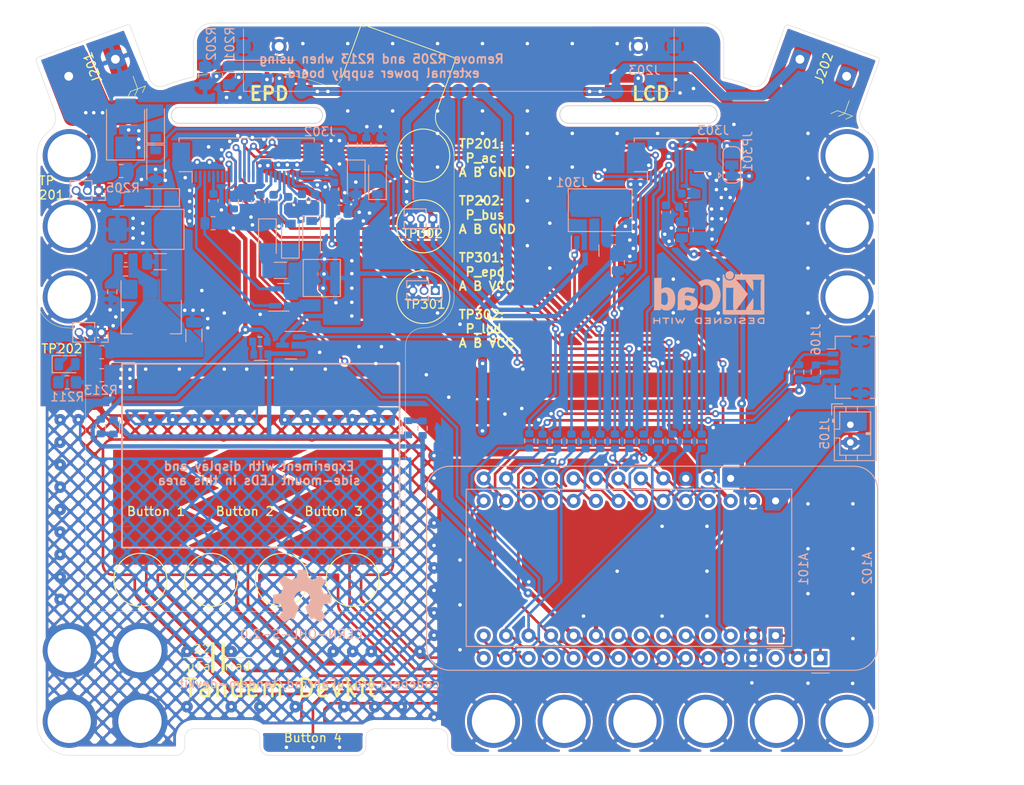
<source format=kicad_pcb>
(kicad_pcb (version 20211014) (generator pcbnew)
  (layers (0 "F.Cu" signal) (1 "In1.Cu" power) (2 "In2.Cu" power) (31 "B.Cu" signal) (34 "B.Paste" user) (35 "F.Paste" user) (36 "B.SilkS" user "B.Silkscreen") (37 "F.SilkS" user "F.Silkscreen") (38 "B.Mask" user) (39 "F.Mask" user) (44 "Edge.Cuts" user))
  (net 0 "")
  (net 1 "VCC")
  (net 2 "GND")
  (net 3 "/CAP_TOUCH_1")
  (net 4 "/CAP_TOUCH_2")
  (net 5 "/CAP_TOUCH_3")
  (net 6 "VBUS")
  (net 7 "Net-(C304-Pad2)")
  (net 8 "Net-(C305-Pad2)")
  (net 9 "/Display/VCCA_LCD")
  (net 10 "/Display/PREVGL")
  (net 11 "/Display/PREVGH")
  (net 12 "/power-A/V_DYNAMO_AC")
  (net 13 "Net-(D202-Pad1)")
  (net 14 "/Display/EXTMODE")
  (net 15 "Net-(C204-Pad1)")
  (net 16 "/Display/RESE")
  (net 17 "/Display/GDR")
  (net 18 "/Display/CP_INT2")
  (net 19 "/Display/CP_INT1")
  (net 21 "Net-(A101-Pad11)")
  (net 22 "Net-(A101-Pad12)")
  (net 23 "Net-(A101-Pad14)")
  (net 24 "Net-(A101-Pad18)")
  (net 25 "Net-(A101-Pad17)")
  (net 26 "Net-(A101-Pad21)")
  (net 27 "Net-(A101-Pad22)")
  (net 28 "Net-(A101-Pad23)")
  (net 29 "Net-(A101-Pad24)")
  (net 30 "/SOM_PWR_EN")
  (net 31 "+BATT")
  (net 32 "Net-(C308-Pad2)")
  (net 33 "Net-(C310-Pad1)")
  (net 34 "Net-(C312-Pad2)")
  (net 35 "Net-(D207-Pad1)")
  (net 36 "Net-(D207-Pad2)")
  (net 37 "GNDPWR")
  (net 38 "/power-A/FB")
  (net 39 "/power-A/V_RECT")
  (net 41 "/EPD_CURRENT_SENSE")
  (net 42 "/LCD_CURRENT_SENSE")
  (net 43 "/~{EPD_BUSY}")
  (net 44 "Net-(A101-Pad15)")
  (net 45 "Net-(A101-Pad16)")
  (net 46 "/SIG_RPM")
  (net 47 "/LCD_DISP")
  (net 48 "Net-(D204-Pad2)")
  (net 49 "Net-(D301-Pad1)")
  (net 50 "Net-(D301-Pad2)")
  (net 51 "Net-(D302-Pad1)")
  (net 52 "Net-(D303-Pad1)")
  (net 53 "/Display/GNDA_LCD")
  (net 54 "/~{EPD_RESET}")
  (net 55 "/EPD_D{slash}C")
  (net 56 "/EPD_SPI_CS")
  (net 57 "/SPI_SCK")
  (net 58 "/SPI_MOSI")
  (net 59 "/LCD_SPI_CS")
  (net 60 "/LCD_EXTCOM")
  (net 61 "/power-A/V_OUT_AC")
  (net 62 "/EPD_BL")
  (net 63 "/LCD_BL")
  (net 64 "/I2C_SCL")
  (net 65 "/I2C_SDA")
  (net 66 "Net-(A101-Pad1)")
  (net 67 "Net-(J301-Pad1)")
  (net 68 "Net-(J301-Pad3)")
  (net 76 "/CAP_TOUCH_4")
  (net 77 "Net-(A101-Pad19)")
  (net 78 "Net-(A101-Pad25)")
  (net 79 "Net-(A101-Pad20)")
  (net 80 "Net-(R210-Pad2)")
  (net 81 "Net-(R204-Pad2)")
  (footprint "project-lib:TouchSlider-3_30x13mm-covered" (layer "F.Cu") (at 143.646278 82.923333)
    (fp_text reference locked "TP101" hide)
    (fp_text value "Capacitive touch slider, 3 pads")
  )
  (footprint "project-lib:shimano-hub-generator-connector" (layer "F.Cu") (at 126.035178 33.209189 20)
    (fp_text reference "J201")
    (fp_text value "PCB Receptacle" hide)
    (fp_line (start -5.705141 -2.9032) (end -5.7 2.76) (layer "Edge.Cuts") (width 0.05))
    (fp_line (start 5.659941 -2.9032) (end 5.66 2.75) (layer "Edge.Cuts") (width 0.05))
    (fp_line (start -5.405141 -3.2032) (end 5.320809 -3.2032) (layer "Edge.Cuts") (width 0.05))
    (fp_arc (start 5.320809 -3.2032) (mid 5.547199 -3.117434) (end 5.659941 -2.9032) (layer "Edge.Cuts") (width 0.05))
    (fp_arc (start -5.705141 -2.9032) (mid -5.617273 -3.115332) (end -5.405141 -3.2032) (layer "Edge.Cuts") (width 0.05))
  )
  (footprint "project-lib:154_Epaper_Display" (layer "F.Cu") (at 191.472086 57.1465 180)
    (fp_text reference "DISP302" hide)
    (fp_text value "Display_generic")
  )
  (footprint "project-lib:CapBtn_Board_edge" (layer "F.Cu") (at 151 109.5)
    (fp_text reference "TP102" hide)
    (fp_text value "Capacitive touch button")
    (fp_line (start 5 1.5) (end -5 1.5) (layer "Edge.Cuts") (width 0.05))
    (fp_line (start -6 -0.5) (end -6 0.5) (layer "Edge.Cuts") (width 0.05))
    (fp_line (start 6 -0.5) (end 6 0.5) (layer "Edge.Cuts") (width 0.05))
    (fp_arc (start 6 -0.5) (mid 6.292893 -1.207107) (end 7 -1.5) (layer "Edge.Cuts") (width 0.05))
    (fp_arc (start -5 1.5) (mid -5.707107 1.207107) (end -6 0.5) (layer "Edge.Cuts") (width 0.05))
    (fp_arc (start 6 0.5) (mid 5.707107 1.207107) (end 5 1.5) (layer "Edge.Cuts") (width 0.05))
    (fp_arc (start -7 -1.5) (mid -6.292893 -1.207107) (end -6 -0.5) (layer "Edge.Cuts") (width 0.05))
  )
  (footprint "LOGO" (layer "F.Cu") (at 140.3 100)
    (fp_text reference "G***" hide)
    (fp_text value "LOGO" hide)
  )
  (footprint "project-lib:μFahrrad-DevTandem-Shape" (layer "F.Cu") (at 167.482 59.1465)
    (fp_text reference "REF**" hide)
    (fp_text value "μFahrrad-DevTandem-Shape")
    (fp_line (start 47.490086 0) (end 47.490086 -16) (layer "Edge.Cuts") (width 0.05))
    (fp_line (start -27.65 -31) (end 27.666822 -31.00341) (layer "Edge.Cuts") (width 0.05))
    (fp_line (start -30 -28.65) (end -30 -24.9) (layer "Edge.Cuts") (width 0.05))
    (fp_line (start -47.70509 -0.003007) (end -47.7 10) (layer "Edge.Cuts") (width 0.05))
    (fp_line (start 47.490086 10) (end 47.490086 0) (layer "Edge.Cuts") (width 0.05))
    (fp_line (start -47.70509 -16.003007) (end -47.70509 -0.003007) (layer "Edge.Cuts") (width 0.05))
    (fp_line (start 30 -28.75) (end 30 -24.803362) (layer "Edge.Cuts") (width 0.05))
    (fp_arc (start 46.190086 -18.7) (mid 45.468624 -19.698045) (end 45.481298 -20.929488) (layer "Edge.Cuts") (width 0.05))
    (fp_arc (start -47.70509 -16.003007) (mid -47.363042 -17.50128) (end -46.40509 -18.703007) (layer "Edge.Cuts") (width 0.05))
    (fp_arc (start -33.009914 -24) (mid -34.222611 -23.897222) (end -35.016619 -24.819582) (layer "Edge.Cuts") (width 0.05))
    (fp_arc (start -45.696302 -20.932495) (mid -45.683648 -19.701061) (end -46.40509 -18.703007) (layer "Edge.Cuts") (width 0.05))
    (fp_arc (start 30 -24.803362) (mid 31.407999 -24.436724) (end 32.79491 -23.996993) (layer "Edge.Cuts") (width 0.05))
    (fp_arc (start 46.190086 -18.7) (mid 47.148039 -17.498274) (end 47.490086 -16) (layer "Edge.Cuts") (width 0.05))
    (fp_arc (start 34.801615 -24.816575) (mid 34.007605 -23.894221) (end 32.79491 -23.996993) (layer "Edge.Cuts") (width 0.05))
    (fp_arc (start 27.666822 -31.00341) (mid 29.316689 -30.377074) (end 30 -28.75) (layer "Edge.Cuts") (width 0.05))
    (fp_arc (start -33.009914 -24) (mid -31.518902 -24.496638) (end -30 -24.9) (layer "Edge.Cuts") (width 0.05))
    (fp_arc (start -30 -28.65) (mid -29.348713 -30.348713) (end -27.65 -31) (layer "Edge.Cuts") (width 0.05))
  )
  (footprint "project-lib:154_Epaper_Display" (layer "F.Cu") (at 143.472086 57.1465 180)
    (fp_text reference "DISP301" hide)
    (fp_text value "Display_generic")
  )
  (footprint "project-lib:shimano-hub-generator-connector" (layer "F.Cu") (at 208.756 33.227 -20)
    (fp_text reference "J202")
    (fp_text value "PCB Receptacle" hide)
    (fp_line (start -5.405141 -3.2032) (end 5.320809 -3.2032) (layer "Edge.Cuts") (width 0.05))
    (fp_line (start 5.659941 -2.9032) (end 5.66 2.75) (layer "Edge.Cuts") (width 0.05))
    (fp_line (start -5.705141 -2.9032) (end -5.7 2.76) (layer "Edge.Cuts") (width 0.05))
    (fp_arc (start -5.705141 -2.9032) (mid -5.617273 -3.115332) (end -5.405141 -3.2032) (layer "Edge.Cuts") (width 0.05))
    (fp_arc (start 5.320809 -3.2032) (mid 5.547199 -3.117435) (end 5.659941 -2.9032) (layer "Edge.Cuts") (width 0.05))
  )
  (footprint "project-lib:jlcpcb-C11057_FFC_1x24-1MP_P0.50mm_Horizontal" (layer "B.Cu") (at 143.5 44.5)
    (fp_text reference "J302")
    (fp_text value "FPC24(0.5MM)")
  )
  (footprint "project-lib:jlcpcb-C11047_FFC_1x04-1MP_P0.50mm_Horizontal" (layer "B.Cu") (at 183.5 50.9125)
    (fp_text reference "J301")
    (fp_text value "ConnectorLCDFrontLight")
  )
  (footprint "Resistor_SMD:R_0603_1608Metric" (layer "B.Cu") (at 193.33363 75.483 -90)
    (fp_text reference "R105" hide)
    (fp_text value "22")
  )
  (footprint "Capacitor_SMD:C_0603_1608Metric" (layer "B.Cu") (at 143.55 48.36 -90)
    (fp_text reference "C303" hide)
    (fp_text value "100n")
  )
  (footprint "brick-mount:brick-1x3" (layer "B.Cu") (at 123.4296 43.1556 180)
    (fp_text reference "J101" hide)
    (fp_text value "Conn_01x03")
  )
  (footprint "Resistor_SMD:R_0603_1608Metric" (layer "B.Cu") (at 191.697267 75.483 -90)
    (fp_text reference "R111" hide)
    (fp_text value "22")
  )
  (footprint "Resistor_SMD:R_0603_1608Metric" (layer "B.Cu") (at 206 67.65024 90)
    (fp_text reference "R115" hide)
    (fp_text value "2k2")
  )
  (footprint "Capacitor_SMD:C_1206_3216Metric" (layer "B.Cu") (at 137.534 63.5 90)
    (fp_text reference "C205" hide)
    (fp_text value "22u")
  )
  (footprint "Diode_SMD:D_SOD-123" (layer "B.Cu") (at 145.85 52.56 -90)
    (fp_text reference "D304" hide)
    (fp_text value "B5819W")
  )
  (footprint "Resistor_SMD:R_0603_1608Metric" (layer "B.Cu") (at 155.5 41.95 90)
    (fp_text reference "R206" hide)
    (fp_text value "220k")
  )
  (footprint "Capacitor_SMD:C_0603_1608Metric" (layer "B.Cu") (at 148.2 48.6 90)
    (fp_text reference "C306" hide)
    (fp_text value "1u/50V")
  )
  (footprint "Resistor_SMD:R_0603_1608Metric" (layer "B.Cu") (at 180.25 75.483 -90)
    (fp_text reference "R108" hide)
    (fp_text value "22")
  )
  (footprint "project-lib:powermodule" (layer "B.Cu") (at 167.5 30.8 180)
    (fp_text reference "J203")
    (fp_text value "Conn_01x06")
  )
  (footprint "Diode_SMD:D_SMB" (layer "B.Cu") (at 129.8 40.1 90)
    (fp_text reference "D201" hide)
    (fp_text value "P6SMB6.8CA")
  )
  (footprint "project-lib:TestPoint_1x03_P1.27mm" (layer "B.Cu") (at 127.0725 63.1465 90)
    (fp_text reference "TP202")
    (fp_text value "TestPoint_3Pole")
  )
  (footprint "Capacitor_SMD:C_0603_1608Metric" (layer "B.Cu") (at 193.5 47.45)
    (fp_text reference "C311" hide)
    (fp_text value "1u")
  )
  (footprint "project-lib:Adafruit_ItsyBitsy-nrf52840" (layer "B.Cu") (at 203.3385 97.456 90)
    (fp_text reference "A101")
    (fp_text value "Adafruit_ItsyBitsi_nrf5240")
  )
  (footprint "project-lib:brick-2x2" (layer "B.Cu") (at 131.4296 99.1556 180)
    (fp_text reference "J104" hide)
    (fp_text value "Conn_01x04")
  )
  (footprint "Capacitor_SMD:C_0603_1608Metric" (layer "B.Cu") (at 139.75 48.25 -90)
    (fp_text reference "C310" hide)
    (fp_text value "1u/50V")
  )
  (footprint "Resistor_SMD:R_0805_2012Metric" (layer "B.Cu") (at 129.3 44.9)
    (fp_text reference "R204" hide)
    (fp_text value "0.5")
  )
  (footprint "Diode_SMD:D_SOD-123" (layer "B.Cu") (at 150.85 52.2 -90)
    (fp_text reference "D305" hide)
    (fp_text value "B5819W")
  )
  (footprint "Resistor_SMD:R_0603_1608Metric" (layer "B.Cu") (at 207.9 67.65024 90)
    (fp_text reference "R114" hide)
    (fp_text value "2k2")
  )
  (footprint "Capacitor_SMD:C_0603_1608Metric" (layer "B.Cu") (at 190.95 49.55 -90)
    (fp_text reference "C302" hide)
    (fp_text value "1u")
  )
  (footprint "Resistor_SMD:R_0805_2012Metric" (layer "B.Cu") (at 185.5 55.25 90)
    (fp_text reference "R302" hide)
    (fp_text value "0.5")
  )
  (footprint "LED_SMD:LED_0805_2012Metric" (layer "B.Cu") (at 123.1875 66.75)
    (fp_text reference "D207" hide)
    (fp_text value "BLUE")
  )
  (footprint "Resistor_SMD:R_0603_1608Metric" (layer "B.Cu") (at 176.97 75.483 -90)
    (fp_text reference "R112" hide)
    (fp_text value "22")
  )
  (footprint "Capacitor_SMD:C_1206_3216Metric" (layer "B.Cu") (at 147.32 56.134 180)
    (fp_text reference "C301" hide)
    (fp_text value "4.7u/50V")
  )
  (footprint "project-lib:L_4.0x4.0_H3" (layer "B.Cu") (at 152 57)
    (fp_text reference "L301" hide)
    (fp_text value "10u/1A")
  )
  (footprint "Resistor_SMD:R_0603_1608Metric" (layer "B.Cu") (at 122.2 64.9 180)
    (fp_text reference "R212" hide)
    (fp_text value "470")
  )
  (footprint "project-lib:TestPoint_1x03_P1.27mm" (layer "B.Cu") (at 164.846 58.42 90)
    (fp_text reference "TP301")
    (fp_text value "TestPoint_3Pole")
  )
  (footprint "Package_TO_SOT_SMD:SOT-23" (layer "B.Cu") (at 148.5 64.6 180)
    (fp_text reference "Q301" hide)
    (fp_text value "2N7002")
  )
  (footprint "Resistor_SMD:R_0805_2012Metric" (layer "B.Cu") (at 139.7 50.8)
    (fp_text reference "R307" hide)
    (fp_text value "0.5")
  )
  (footprint "project-lib:LED_sidemount" (layer "B.Cu") (at 128.82 73.845 90)
    (fp_text reference "D301" hide)
    (fp_text value "WHITE")
  )
  (footprint "Diode_SMD:D_SOD-123" (layer "B.Cu") (at 158.3052 45.8676 90)
    (fp_text reference "D205" hide)
    (fp_text value "B5819W")
  )
  (footprint "Resistor_SMD:R_0603_1608Metric" (layer "B.Cu") (at 142.05 48.36 -90)
    (fp_text reference "R308" hide)
    (fp_text value "100k")
  )
  (footprint "Resistor_SMD:R_0603_1608Metric" (layer "B.Cu") (at 194.97 75.483 -90)
    (fp_text reference "R106" hide)
    (fp_text value "22")
  )
  (footprint "project-lib:TestPoint_1x03_P1.27mm" (layer "B.Cu") (at 126.7525 47.1 90)
    (fp_text reference "TP201" hide)
    (fp_text value "TestPoint_3Pole")
  )
  (footprint "Package_TO_SOT_SMD:SOT-23" (layer "B.Cu") (at 181.8 53.9 -90)
    (fp_text reference "Q302" hide)
    (fp_text value "2N7002")
  )
  (footprint "Symbol:KiCad-Logo2_5mm_SilkScreen" (layer "B.Cu") (at 195.8 59.2 180)
    (fp_text reference "REF**" hide)
    (fp_text value "KiCad-Logo2_5mm_SilkScreen" hide)
  )
  (footprint "project-lib:jlcpcb-C11050_FFC_1x10-1MP_P0.50mm_Horizontal" (layer "B.Cu") (at 191.5 44.5)
    (fp_text reference "J303")
    (fp_text value "FPC10(0.5MM)")
  )
  (footprint "project-lib:LED_sidemount" (layer "B.Cu") (at 161.38 73.945 -90)
    (fp_text reference "D303" hide)
    (fp_text value "WHITE")
  )
  (footprint "Resistor_SMD:R_0805_2012Metric_Pad1.20x1.40mm_HandSolder" (layer "B.Cu") (at 138.8 34.1 90)
    (fp_text reference "R202")
    (fp_text value "0")
  )
  (footprint "Diode_SMD:D_SOD-123" (layer "B.Cu") (at 155.9 45.9 -90)
    (fp_text reference "D206" hide)
    (fp_text value "B5819W")
  )
  (footprint "Diode_SMD:D_SOD-123" (layer "B.Cu") (at 133.2 44.2 -90)
    (fp_text reference "D203" hide)
    (fp_text value "LBZT52C7V5T1G")
  )
  (footprint "Capacitor_SMD:C_0603_1608Metric" (layer "B.Cu") (at 149.75 48.3 90)
    (fp_text reference "C308" hide)
    (fp_text value "1u/50V")
  )
  (footprint "Resistor_SMD:R_0805_2012Metric_Pad1.20x1.40mm_HandSolder" (layer "B.Cu") (at 127.1 68 180)
    (fp_text reference "R213")
    (fp_text value "0")
  )
  (footprint "brick-mount:brick-1x6" (layer "B.Cu") (at 211.4296 107.1556 90)
    (fp_text reference "J103" hide)
    (fp_text value "Conn_01x06")
  )
  (footprint "project-lib:LED_sidemount" (layer "B.Cu") (at 145.1 66.02)
    (fp_text reference "D302" hide)
    (fp_text value "WHITE")
  )
  (footprint "project-lib:TestPoint_1x03_P1.27mm" (layer "B.Cu") (at 164.5595 50.292 90)
    (fp_text reference "TP302")
    (fp_text value "TestPoint_3Pole")
  )
  (footprint "Resistor_SMD:R_0603_1608Metric" (layer "B.Cu") (at 181.85 75.5 -90)
    (fp_text reference "R109" hide)
    (fp_text value "22")
  )
  (footprint "Resistor_SMD:R_0603_1608Metric" (layer "B.Cu") (at 188.424541 75.483 -90)
    (fp_text reference "R110" hide)
    (fp_text value "22")
  )
  (footprint "Diode_SMD:D_SOD-123" (layer "B.Cu") (at 133.2 39.5 90)
    (fp_text reference "D202" hide)
    (fp_text value "LBZT52C7V5T1G")
  )
  (footprint "Resistor_SMD:R_0603_1608Metric" (layer "B.Cu") (at 127 73.8 90)
    (fp_text reference "R303" hide)
    (fp_text value "22")
  )
  (footprint "Resistor_SMD:R_0603_1608Metric" (layer "B.Cu") (at 175.484 75.425 -90)
    (fp_text reference "R101" hide)
    (fp_text value "22")
  )
  (footprint "Resistor_SMD:R_0805_2012Metric_Pad1.20x1.40mm_HandSolder" (layer "B.Cu") (at 141.5 34.1 -90)
    (fp_text reference "R201")
    (fp_text value "0")
  )
  (footprint "Capacitor_SMD:C_0603_1608Metric" (layer "B.Cu") (at 158.65 41.95 90)
    (fp_text reference "C202" hide)
    (fp_text value "10n")
  )
  (footprint "Resistor_SMD:R_0603_1608Metric" (layer "B.Cu") (at 157.05 41.95 90)
    (fp_text reference "R207" hide)
    (fp_text value "100k")
  )
  (footprint "Resistor_SMD:R_0805_2012Metric" (layer "B.Cu") (at 194.75 51.55 -90)
    (fp_text reference "FB302" hide)
    (fp_text value "FerriteBead_Small")
  )
  (footprint "Jumper:SolderJumper-3_P1.3mm_Bridged12_RoundedPad1.0x1.5mm" (layer "B.Cu") (at 198.3925 44.196 90)
    (fp_text reference "JP301")
    (fp_text value "LCD_EXTMODE")
  )
  (footprint "project-lib:JST_SHL_SM04B-SHLS-TF_1x04-1MP_P1.00mm_Horizontal" (layer "B.Cu") (at 211.5 67.1 -90)
    (fp_text reference "J106")
    (fp_text value "QWIIC I2C Connector")
  )
  (footprint "Resistor_SMD:R_0603_1608Metric" (layer "B.Cu") (at 185 52.7)
    (fp_text reference "R304" hide)
    (fp_text value "22")
  )
  (footprint "Resistor_SMD:R_0603_1608Metric" (layer "B.Cu") (at 186.788178 75.483 -90)
    (fp_text reference "R103" hide)
    (fp_text value "22")
  )
  (footprint "Connector_JST:JST_PH_B2B-PH-K_1x02_P2.00mm_Vertical" (layer "B.Cu") (at 211.8 73.6 -90)
    (fp_text reference "J105")
    (fp_text value "Conn_01x02")
  )
  (footprint "Capacitor_SMD:C_0603_1608Metric" (layer "B.Cu") (at 146.55 48.36 90)
    (fp_text reference "C305" hide)
    (fp_text value "1u/50V")
  )
  (footprint "Resistor_SMD:R_0603_1608Metric" (layer "B.Cu") (at 163.4 74 -90)
    (fp_text reference "R306" hide)
    (fp_text value "22")
  )
  (footprint "Resistor_SMD:R_0603_1608Metric" (layer "B.Cu") (at 185.151815 75.483 -90)
    (fp_text reference "R107" hide)
    (fp_text value "22")
  )
  (footprint "Diode_SMD:D_SOD-123" (layer "B.Cu") (at 133.65 47.9 180)
    (fp_text reference "D204" hide)
    (fp_text value "B5819W")
  )
  (footprint "Resistor_SMD:R_0603_1608Metric" (layer "B.Cu") (at 178.606363 75.483 -90)
    (fp_text reference "R113" hide)
    (fp_text value "22")
  )
  (footprint "Resistor_SMD:R_0603_1608Metric" (layer "B.Cu") (at 183.515452 75.483 -90)
    (fp_text reference "R102" hide)
    (fp_text value "22")
  )
  (footprint "Capacitor_SMD:C_0603_1608Metric" (layer "B.Cu") (at 151.25 48.3 90)
    (fp_text reference "C309" hide)
    (fp_text value "1u/50V")
  )
  (footprint "Module:Adafruit_Feather" (layer "B.Cu") (at 208.4185 99.996 90)
    (fp_text reference "A102")
    (fp_text value "Adafruit_Feather_nrf52840")
  )
  (footprint "Capacitor_Tantalum_SMD:CP_EIA-7343-43_Kemet-X" (layer "B.Cu") (at 132 51.5 180)
    (fp_text reference "C201" hide)
    (fp_text value "220u")
  )
  (footprint "Resistor_SMD:R_0603_1608Metric" (layer "B.Cu") (at 129.816 56.2516 180)
    (fp_text reference "R208" hide)
    (fp_text value "39k")
  )
  (footprint "Resistor_SMD:R_0805_2012Metric" (layer "B.Cu") (at 154.05 49.5 180)
    (fp_text reference "R301" hide)
    (fp_text value "0.5")
  )
  (footprint "Resistor_SMD:R_0603_1608Metric" (layer "B.Cu") (at 190.060904 75.483 -90)
    (fp_text reference "R104" hide)
    (fp_text value "22")
  )
  (footprint "brick-mount:brick-1x3" (layer "B.Cu") (at 211.4296 43.1556 180)
    (fp_text reference "J102" hide)
    (fp_text value "Conn_01x03")
  )
  (footprint "Capacitor_SMD:C_1206_3216Metric" (layer "B.Cu") (at 133.716 55.1516 180)
    (fp_text reference "C203" hide)
    (fp_text value "22u")
  )
  (footprint "Capacitor_SMD:C_0603_1608Metric" (layer "B.Cu") (at 145.05 48.36 90)
    (fp_text reference "C304" hide)
    (fp_text value "1u/50V")
  )
  (footprint "Resistor_SMD:R_0603_1608Metric" (layer "B.Cu") (at 128.3 58.5516 -90)
    (fp_text reference "R209" hide)
    (fp_text value "15k")
  )
  (footprint "Resistor_SMD:R_0603_1608Metric" (layer "B.Cu") (at 145 64.2)
    (fp_text reference "R305" hide)
    (fp_text value "22")
  )
  (footprint "Resistor_SMD:R_0805_2012Metric_Pad1.20x1.40mm_HandSolder" (layer "B.Cu") (at 129.4 48.1)
    (fp_text reference "R205")
    (fp_text value "0")
  )
  (footprint "Diode_SMD:D_SOD-123" (layer "B.Cu") (at 148.45 52.5 90)
    (fp_text reference "D306" hide)
    (fp_text value "B5819W")
  )
  (footprint "Capacitor_SMD:C_0603_1608Metric" (layer "B.Cu") (at 129.816 54.7516 180)
    (fp_text reference "C204" hide)
    (fp_text value "DNP")
  )
  (footprint "Capacitor_SMD:C_0603_1608Metric" (layer "B.Cu") (at 153.4 46.95 90)
    (fp_text reference "C312" hide)
    (fp_text value "1u/50V")
  )
  (footprint "Resistor_SMD:R_0805_2012Metric" (layer "B.Cu") (at 192.75 51.55 90)
    (fp_text reference "FB301" hide)
    (fp_text value "FerriteBead_Small")
  )
  (footprint "Resistor_SMD:R_0805_2012Metric_Pad1.20x1.40mm_HandSolder" (layer "B.Cu") (at 123.2 68.8)
    (fp_text reference "R211")
    (fp_text value "0")
  )
  (footprint "Capacitor_SMD:C_0603_1608Metric" (layer "B.Cu") (at 193.2 48.95)
    (fp_text reference "C307" hide)
    (fp_text value "1u")
  )
  (footprint "Resistor_SMD:R_0805_2012Metric" (layer "B.Cu") (at 127.1 65.4 180)
    (fp_text reference "R210" hide)
    (fp_text value "0.5")
  )
  (footprint "Symbol:OSHW-Symbol_6.7x6mm_SilkScreen" (layer "B.Cu") (at 149.8 93 180)
    (fp_text reference "REF**" hide)
    (fp_text value "OSHW-Symbol_6.7x6mm_SilkScreen" hide)
  )
  (footprint "Package_TO_SOT_SMD:SOT-223-3_TabPin2" (layer "B.Cu") (at 132.7 61.4016 -90)
    (fp_text reference "U201" hide)
    (fp_text value "AMS1117-ADJ_SOT223")
  )
  (footprint "Package_TO_SOT_SMD:SOT-23" (layer "B.Cu") (at 147.65 59.182)
    (fp_text reference "Q303" hide)
    (fp_text value "AO3401A")
  )
  (gr_rect (start 160.8 66.7) (end 129.4 87.5) (layer "B.SilkS") (width 0.2) (fill none))
  (gr_line (start 119.77691 107.25) (end 119.782 69.1465) (layer "Edge.Cuts") (width 0.05))
  (gr_arc (start 135.882086 39.5) (mid 134.982098 38.6) (end 135.882086 37.7) (layer "Edge.Cuts") (width 0.1))
  (gr_arc (start 179.932086 39.5) (mid 178.9321 38.5) (end 179.932086 37.5) (layer "Edge.Cuts") (width 0.1))
  (gr_line (start 214.972086 69.1465) (end 215 107.25) (layer "Edge.Cuts") (width 0.05))
  (gr_line (start 136.5 110) (end 136.5 109) (layer "Edge.Cuts") (width 0.05))
  (gr_arc (start 136.5 110) (mid 136.207107 110.707107) (end 135.5 111) (layer "Edge.Cuts") (width 0.05))
  (gr_arc (start 136.5 109) (mid 136.792893 108.292893) (end 137.5 108) (layer "Edge.Cuts") (width 0.05))
  (gr_line (start 144 108) (end 142.5 108) (layer "Edge.Cuts") (width 0.05))
  (gr_line (start 132.465381 34.326918) (end 132.294394 33.85751) (layer "Edge.Cuts") (width 0.05))
  (gr_line (start 166.25 109) (end 166.25 110) (layer "Edge.Cuts") (width 0.05))
  (gr_arc (start 167.25 111) (mid 166.542893 110.707107) (end 166.25 110) (layer "Edge.Cuts") (width 0.05))
  (gr_line (start 202.283615 34.329925) (end 202.455776 33.871037) (layer "Edge.Cuts") (width 0.05))
  (gr_line (start 121.785698 38.214005) (end 121.622906 37.752255) (layer "Edge.Cuts") (width 0.05))
  (gr_arc (start 123.5 111) (mid 120.865757 109.892154) (end 119.77691 107.25) (layer "Edge.Cuts") (width 0.05))
  (gr_line (start 142.5 108) (end 137.5 108) (layer "Edge.Cuts") (width 0.05))
  (gr_arc (start 215 107.25) (mid 214.064785 109.885465) (end 211.5 111) (layer "Edge.Cuts") (width 0.05))
  (gr_line (start 135.882086 37.7) (end 151.182086 37.7) (layer "Edge.Cuts") (width 0.1))
  (gr_arc (start 151.182086 37.7) (mid 152.082098 38.6) (end 151.182086 39.5) (layer "Edge.Cuts") (width 0.1))
  (gr_line (start 212.963298 38.217012) (end 213.134105 37.746989) (layer "Edge.Cuts") (width 0.05))
  (gr_line (start 135.5 111) (end 123.5 111) (layer "Edge.Cuts") (width 0.05))
  (gr_line (start 195.732086 39.5) (end 179.932086 39.5) (layer "Edge.Cuts") (width 0.1))
  (gr_arc (start 195.732086 37.5) (mid 196.7321 38.5) (end 195.732086 39.5) (layer "Edge.Cuts") (width 0.1))
  (gr_line (start 151.182086 39.5) (end 135.882086 39.5) (layer "Edge.Cuts") (width 0.1))
  (gr_line (start 165.25 108) (end 159.5 108) (layer "Edge.Cuts") (width 0.05))
  (gr_line (start 167.25 111) (end 211.5 111) (layer "Edge.Cuts") (width 0.05))
  (gr_arc (start 165.25 108) (mid 165.957107 108.292893) (end 166.25 109) (layer "Edge.Cuts") (width 0.05))
  (gr_line (start 159.5 108) (end 158 108) (layer "Edge.Cuts") (width 0.05))
  (gr_line (start 179.932086 37.5) (end 195.732086 37.5) (layer "Edge.Cuts") (width 0.1))
  (gr_text "Experiment with display and\nside-mount LEDs in this area" (at 144.9 79.1) (layer "B.SilkS") (effects (font (size 1 1) (thickness 0.2)) (justify mirror)))
  (gr_text "codeberg.org/uFahrrad/tandem-devkit" (at 150.6 102.9) (layer "B.SilkS") (effects (font (size 1 1) (thickness 0.1524)) (justify mirror)))
  (gr_text "Remove R205 and R213 when using\nexternal power supply board." (at 158.75 33.02) (layer "B.SilkS") (effects (font (size 1 1) (thickness 0.2)) (justify mirror)))
  (gr_text "CERN-OHL-S-2.0" (at 149.7 97.3) (layer "B.SilkS") (effects (font (size 1 1) (thickness 0.1524)) (justify mirror)))
  (gr_text "Button 3" (at 153.35 83.4) (layer "F.SilkS") (effects (font (size 1 1) (thickness 0.1524))))
  (gr_text "TP201:\n P_ac\nA B GND\n\nTP202:\n P_bus\nA B GND\n\nTP301:\n P_epd\nA B VCC\n\nTP302:\n P_lcd\nA B VCC" (at 167.386 53.086) (layer "F.SilkS") (effects (font (size 1 1) (thickness 0.2)) (justify left)))
  (gr_text "EPD" (at 146.05 36.1465) (layer "F.SilkS") (effects (font (size 1.5 1.5) (thickness 0.3))))
  (gr_text "Tandem Devkit" (at 147.3 103.4) (layer "F.SilkS") (effects (font (size 2 2) (thickness 0.3))))
  (gr_text "LCD" (at 189.23 36.1465) (layer "F.SilkS") (effects (font (size 1.5 1.5) (thickness 0.3))))
  (gr_text "Button 4" (at 151 109) (layer "F.SilkS") (effects (font (size 1 1) (thickness 0.1524))))
  (gr_text "TP\n201" (at 119.9 46.8) (layer "F.SilkS") (effects (font (size 1 1) (thickness 0.1524)) (justify left)))
  (gr_text "Button 2" (at 143.3 83.4) (layer "F.SilkS") (effects (font (size 1 1) (thickness 0.1524))))
  (gr_text "Button 1" (at 133.25 83.4) (layer "F.SilkS") (effects (font (size 1 1) (thickness 0.1524))))
  (segment (start 205.8785 99.996) (end 204.628989 98.746489) (width 0.5) (layer "F.Cu") (net 1))
  (segment (start 163.05 48.4) (end 161.6 48.4) (width 0.5) (layer "F.Cu") (net 1))
  (segment (start 164.5595 49.9095) (end 163.05 48.4) (width 0.5) (layer "F.Cu") (net 1))
  (segment (start 164.5595 50.292) (end 164.5595 49.9095) (width 0.5) (layer "F.Cu") (net 1))
  (segment (start 202.088989 98.746489) (end 200.7985 97.456) (width 0.5) (layer "F.Cu") (net 1))
  (segment (start 206 69.70024) (end 204.30024 69.70024) (width 0.5) (layer "F.Cu") (net 1))
  (segment (start 191.7 42) (end 193.901391 42) (width 0.5) (layer "F.Cu") (net 1))
  (segment (start 193.901391 42) (end 197.367391 45.466) (width 0.5) (layer "F.Cu") (net 1))
  (segment (start 204.30024 69.70024) (end 203.9 69.3) (width 0.5) (layer "F.Cu") (net 1))
  (segment (start 204.628989 98.746489) (end 202.088989 98.746489) (width 0.5) (layer "F.Cu") (net 1))
  (segment (start 200.55 54.3) (end 194.1 54.3) (width 0.5) (layer "F.Cu") (net 1))
  (segment (start 197.367391 45.466) (end 200.35 45.466) (width 0.5) (layer "F.Cu") (net 1))
  (via (at 161.6 46.1) (size 1) (drill 0.4) (layers "F.Cu" "B.Cu") (net 1))
  (via (at 155.4 61.3) (size 1) (drill 0.4) (layers "F.Cu" "B.Cu") (net 1))
  (via (at 152.15 58.15) (size 1) (drill 0.4) (layers "F.Cu" "B.Cu") (net 1))
  (via (at 157.4 49.65) (size 1) (drill 0.4) (layers "F.Cu" "B.Cu") (net 1))
  (via (at 152.25 56.55) (size 1) (drill 0.4) (layers "F.Cu" "B.Cu") (net 1))
  (via (at 155.4 58.15) (size 1) (drill 0.4) (layers "F.Cu" "B.Cu") (net 1))
  (via (at 153.6 59.8) (size 1) (drill 0.4) (layers "F.Cu" "B.Cu") (net 1))
  (via (at 200.35 45.466) (size 1) (drill 0.4) (layers "F.Cu" "B.Cu") (net 1))
  (via (at 156.241334 49.563962) (size 1) (drill 0.4) (layers "F.Cu" "B.Cu") (net 1))
  (via (at 194.1 54.3) (size 1) (drill 0.4) (layers "F.Cu" "B.Cu") (net 1))
  (via (at 152.3 54.85) (size 1) (drill 0.4) (layers "F.Cu" "B.Cu") (net 1))
  (via (at 155.4 56.5) (size 1) (drill 0.4) (layers "F.Cu" "B.Cu") (net 1))
  (via (at 144.9995 44.304969) (size 0.8) (drill 0.4) (layers "F.Cu" "B.Cu") (net 1))
  (via (at 161.6 47.2) (size 1) (drill 0.4) (layers "F.Cu" "B.Cu") (net 1))
  (via (at 155.4 55.05) (size 1) (drill 0.4) (layers "F.Cu" "B.Cu") (net 1))
  (via (at 161.6 48.4) (size 1) (drill 0.4) (layers "F.Cu" "B.Cu") (net 1))
  (via (at 155.4 59.75) (size 1) (drill 0.4) (layers "F.Cu" "B.Cu") (net 1))
  (via (at 156.7 50.5505) (size 1) (drill 0.4) (layers "F.Cu" "B.Cu") (net 1))
  (via (at 191.7 42) (size 1) (drill 0.4) (layers "F.Cu" "B.Cu") (net 1))
  (via (at 145.9 44.270498) (size 0.8) (drill 0.4) (layers "F.Cu" "B.Cu") (net 1))
  (via (at 206 69.70024) (size 1) (drill 0.4) (layers "F.Cu" "B.Cu") (net 1))
  (segment (start 192.25 46.975) (end 192.25 45.52) (width 0.3) (layer "B.Cu") (net 1))
  (segment (start 164.5595 50.292) (end 164.5595 53.2595) (width 0.5) (layer "B.Cu") (net 1))
  (segment (start 209.825 67.65024) (end 208.725 67.65024) (width 0.5) (layer "B.Cu") (net 1))
  (segment (start 192.15048 42.45048) (end 192.15048 44.30096) (width 0.5) (layer "B.Cu") (net 1))
  (segment (start 161.6 46.1) (end 161.6 47.2) (width 1) (layer "B.Cu") (net 1))
  (segment (start 192.25 44.40048) (end 192.15048 44.30096) (width 0.3) (layer "B.Cu") (net 1))
  (segment (start 192.75 52.4625) (end 192.75 53.3) (width 0.5) (layer "B.Cu") (net 1))
  (segment (start 191.7 42) (end 192.15048 42.45048) (width 0.5) (layer "B.Cu") (net 1))
  (segment (start 198.3925 45.466) (end 200.35 45.466) (width 0.5) (layer "B.Cu") (net 1))
  (segment (start 164.846 57.42) (end 163.926 56.5) (width 0.5) (layer "B.Cu") (net 1))
  (segment (start 150.202151 61.3) (end 155.4 61.3) (width 0.5) (layer "B.Cu") (net 1))
  (segment (start 192.75 53.3) (end 193.75 54.3) (width 0.5) (layer "B.Cu") (net 1))
  (segment (start 163.926 56.5) (end 155.4 56.5) (width 0.5) (layer "B.Cu") (net 1))
  (segment (start 164.846 58.42) (end 164.846 57.42) (width 0.5) (layer "B.Cu") (net 1))
  (segment (start 147.5625 63.939651) (end 150.202151 61.3) (width 0.5) (layer "B.Cu") (net 1))
  (segment (start 171.9 60.6) (end 176.45048 60.6) (width 0.5) (layer "B.Cu") (net 1))
  (segment (start 164.96 35.88) (end 161.6 39.24) (width 1) (layer "B.Cu") (net 1))
  (segment (start 164.5595 53.2595) (end 171.9 60.6) (width 0.5) (layer "B.Cu") (net 1))
  (segment (start 147.5625 64.6) (end 147.5625 63.939651) (width 0.5) (layer "B.Cu") (net 1))
  (segment (start 208.725 67.65024) (end 207.9 68.47524) (width 0.5) (layer "B.Cu") (net 1))
  (segment (start 181.8 55.25048) (end 181.8 54.8375) (width 0.5) (layer "B.Cu") (net 1))
  (segment (start 192.725 47.45) (end 192.25 46.975) (width 0.3) (layer "B.Cu") (net 1))
  (segment (start 206 68.47524) (end 206 69.70024) (width 0.5) (layer "B.Cu") (net 1))
  (segment (start 161.6 39.24) (end 161.6 46.1) (width 1) (layer "B.Cu") (net 1))
  (segment (start 161.6 47.2) (end 161.6 48.4) (width 1) (layer "B.Cu") (net 1))
  (segment (start 192.25 45.52) (end 192.25 44.40048) (width 0.3) (layer "B.Cu") (net 1))
  (segment (start 207.9 68.47524) (end 206 68.47524) (width 0.5) (layer "B.Cu") (net 1))
  (segment (start 193.75 54.3) (end 194.1 54.3) (width 0.5) (layer "B.Cu") (net 1))
  (segment (start 176.45048 60.6) (end 181.8 55.25048) (width 0.5) (layer "B.Cu") (net 1))
  (via (at 191.77 57.132359) (size 1) (drill 0.4) (layers "F.Cu" "B.Cu") (net 2))
  (via (at 154.94 38.1) (size 1) (drill 0.4) (layers "F.Cu" "B.Cu") (net 2))
  (via (at 157.96 73.040126) (size 1) (drill 0.4) (layers "F.Cu" "B.Cu") (net 2))
  (via (at 149 105.5) (size 1) (drill 0.4) (layers "F.Cu" "B.Cu") (net 2))
  (via (at 163.1 99.25) (size 1) (drill 0.4) (layers "F.Cu" "B.Cu") (net 2))
  (via (at 140.668364 42.495576) (size 0.8) (drill 0.4) (layers "F.Cu" "B.Cu") (net 2))
  (via (at 192.532 36.068) (size 1) (drill 0.4) (layers "F.Cu" "B.Cu") (net 2))
  (via (at 131.3 40.35) (size 0.8) (drill 0.4) (layers "F.Cu" "B.Cu") (net 2))
  (via (at 175.424099 91.378903) (size 1) (drill 0.4) (layers "F.Cu" "B.Cu") (net 2))
  (via (at 207.01 87.63) (size 1) (drill 0.4) (layers "F.Cu" "B.Cu") (net 2))
  (via (at 122.4 75.580126) (size 1) (drill 0.4) (layers "F.Cu" "B.Cu") (net 2))
  (via (at 126.8 49.4) (size 0.8) (drill 0.4) (layers "F.Cu" "B.Cu") (net 2))
  (via (at 212.09 82.55) (size 1) (drill 0.4) (layers "F.Cu" "B.Cu") (net 2))
  (via (at 131.3 42.25) (size 0.8) (drill 0.4) (layers "F.Cu" "B.Cu") (net 2))
  (via (at 140.97 67.31) (size 1) (drill 0.4) (layers "F.Cu" "B.Cu") (net 2))
  (via (at 185.42 90.17) (size 1) (drill 0.4) (layers "F.Cu" "B.Cu") (net 2))
  (via (at 124.46 73.025) (size 1) (drill 0.4) (layers "F.Cu" "B.Cu") (net 2))
  (via (at 172.72 72.39) (size 1) (drill 0.4) (layers "F.Cu" "B.Cu") (net 2))
  (via (at 142.491121 40.899532) (size 0.8) (drill 0.4) (layers "F.Cu" "B.Cu") (net 2))
  (via (at 137.45 60.65) (size 0.8) (drill 0.4) (layers "F.Cu" "B.Cu") (net 2))
  (via (at 170.18 48.26) (size 1) (drill 0.4) (layers "F.Cu" "B.Cu") (net 2))
  (via (at 190.5 85.09) (size 1) (drill 0.4) (layers "F.Cu" "B.Cu") (net 2))
  (via (at 147.8 73.040126) (size 1) (drill 0.4) (layers "F.Cu" "B.Cu") (net 2))
  (via (at 129.45 60.6) (size 0.8) (drill 0.4) (layers "F.Cu" "B.Cu") (net 2))
  (via (at 141.75 99.25) (size 1) (drill 0.4) (layers "F.Cu" "B.Cu") (net 2))
  (via (at 144.15 41.1) (size 0.8) (drill 0.4) (layers "F.Cu" "B.Cu") (net 2))
  (via (at 200.66 102.799928) (size 1) (drill 0.4) (layers "F.Cu" "B.Cu") (net 2))
  (via (at 142.72 73.040126) (size 1) (drill 0.4) (layers "F.Cu" "B.Cu") (net 2))
  (via (at 136.75 105.5) (size 1) (drill 0.4) (layers "F.Cu" "B.Cu") (net 2))
  (via (at 175.26 44.45) (size 1) (drill 0.4) (layers "F.Cu" "B.Cu") (net 2))
  (via (at 175.26 30.48) (size 1) (drill 0.4) (layers "F.Cu" "B.Cu") (net 2))
  (via (at 122.4 90.820126) (size 1) (drill 0.4) (layers "F.Cu" "B.Cu") (net 2))
  (via (at 138.5 60.65) (size 0.8) (drill 0.4) (layers "F.Cu" "B.Cu") (net 2))
  (via (at 196.85 57.15) (size 1) (drill 0.4) (layers "F.Cu" "B.Cu") (net 2))
  (via (at 134.3 45.95) (size 0.8) (drill 0.4) (layers "F.Cu" "B.Cu") (net 2))
  (via (at 165.1 60.96) (size 1) (drill 0.4) (layers "F.Cu" "B.Cu") (net 2))
  (via (at 194.056 35.56) (size 1) (drill 0.4) (layers "F.Cu" "B.Cu") (net 2))
  (via (at 212.09 97.79) (size 1) (drill 0.4) (layers "F.Cu" "B.Cu") (net 2))
  (via (at 160.655 66.675) (size 1) (drill 0.4) (layers "F.Cu" "B.Cu") (net 2))
  (via (at 177.8 55.88) (size 1) (drill 0.4) (layers "F.Cu" "B.Cu") (net 2))
  (via (at 192.299503 64.25) (size 0.8) (drill 0.4) (layers "F.Cu" "B.Cu") (net 2))
  (via (at 178.119201 77.721544) (size 0.8) (drill 0.4) (layers "F.Cu" "B.Cu") (net 2))
  (via (at 154 44.1) (size 0.8) (drill 0.4) (layers "F.Cu" "B.Cu") (net 2))
  (via (at 122.4 78.120126) (size 1) (drill 0.4) (layers "F.Cu" "B.Cu") (net 2))
  (via (at 154 41.45) (size 0.8) (drill 0.4) (layers "F.Cu" "B.Cu") (net 2))
  (via (at 195.58 90.17) (size 1) (drill 0.4) (layers "F.Cu" "B.Cu") (net 2))
  (via (at 131.75 50.81) (size 0.8) (drill 0.4) (layers "F.Cu" "B.Cu") (net 2))
  (via (at 161 105.5) (size 1) (drill 0.4) (layers "F.Cu" "B.Cu") (net 2))
  (via (at 177.8 50.8) (size 1) (drill 0.4) (layers "F.Cu" "B.Cu") (net 2))
  (via (at 130.65 52.49) (size 0.8) (drill 0.4) (layers "F.Cu" "B.Cu") (net 2))
  (via (at 160.02 30.48) (size 1) (drill 0.4) (layers "F.Cu" "B.Cu") (net 2))
  (via (at 164.7 84.72) (size 1) (drill 0.4) (layers "F.Cu" "B.Cu") (net 2))
  (via (at 134.25 44.85) (size 0.8) (drill 0.4) (layers "F.Cu" "B.Cu") (net 2))
  (via (at 163.83 67.945) (size 1) (drill 0.4) (layers "F.Cu" "B.Cu") (net 2))
  (via (at 145.45 41.3) (size 0.8) (drill 0.4) (layers "F.Cu" "B.Cu") (net 2))
  (via (at 194.199503 65.7) (size 0.8) (drill 0.4) (layers "F.Cu" "B.Cu") (net 2))
  (via (at 149.86 30.48) (size 1) (drill 0.4) (layers "F.Cu" "B.Cu") (net 2))
  (via (at 147 99.25) (size 1) (drill 0.4) (layers "F.Cu" "B.Cu") (net 2))
  (via (at 177.8 45.72) (size 1) (drill 0.4) (layers "F.Cu" "B.Cu") (net 2))
  (via (at 131.3 41.3) (size 0.8) (drill 0.4) (layers "F.Cu" "B.Cu") (net 2))
  (via (at 181.61 95.25) (size 1) (drill 0.4) (layers "F.Cu" "B.Cu") (net 2))
  (via (at 152.88 73.040126) (size 1) (drill 0.4) (layers "F.Cu" "B.Cu") (net 2))
  (via (at 131.75 53.05) (size 0.8) (drill 0.4) (layers "F.Cu" "B.Cu") (net 2))
  (via (at 131.75 51.93) (size 0.8) (drill 0.4) (layers "F.Cu" "B.Cu") (net 2))
  (via (at 132.56 73.040126) (size 1) (drill 0.4) (layers "F.Cu" "B.Cu") (net 2))
  (via (at 180.34 40.64) (size 1) (drill 0.4) (layers "F.Cu" "B.Cu") (net 2))
  (via (at 167.64 88.9) (size 1) (drill 0.4) (layers "F.Cu" "B.Cu") (net 2))
  (via (at 207.01 92.71) (size 1) (drill 0.4) (layers "F.Cu" "B.Cu") (net 2))
  (via (at 141.75 105.5) (size 1) (drill 0.4) (layers "F.Cu" "B.Cu") (net 2))
  (via (at 131.6 45.85) (size 0.8) (drill 0.4) (layers "F.Cu" "B.Cu") (net 2))
  (via (at 166.37 70.485) (size 1) (drill 0.4) (layers "F.Cu" "B.Cu") (net 2))
  (via (at 150.368 73.025) (size 1) (drill 0.4) (layers "F.Cu" "B.Cu") (net 2))
  (via (at 122.4 85.740126) (size 1) (drill 0.4) (layers "F.Cu" "B.Cu") (net 2))
  (via (at 122.4 83.200126) (size 1) (drill 0.4) (layers "F.Cu" "B.Cu") (net 2))
  (via (at 176.551789 73.03393) (size 0.8) (drill 0.4) (layers "F.Cu" "B.Cu") (net 2))
  (via (at 190.5505 66.65) (size 0.8) (drill 0.4) (layers "F.Cu" "B.Cu") (net 2))
  (via (at 141.224 36.576) (size 1) (drill 0.4) (layers "F.Cu" "B.Cu") (net 2))
  (via (at 164.7 77.1) (size 1) (drill 0.4) (layers "F.Cu" "B.Cu") (net 2))
  (via (at 135.128 73.025) (size 1) (drill 0.4) (layers "F.Cu" "B.Cu") (net 2))
  (via (at 165.1 44.45) (size 1) (drill 0.4) (layers "F.Cu" "B.Cu") (net 2))
  (via (at 154.6 47.35) (size 0.8) (drill 0.4) (layers "F.Cu" "B.Cu") (net 2))
  (via (at 130.65 51.37) (size 0.8) (drill 0.4) (layers "F.Cu" "B.Cu") (net 2))
  (via (at 130.65 50.25) (size 0.8) (drill 0.4) (layers "F.Cu" "B.Cu") (net 2))
  (via (at 212.09 92.71) (size 1) (drill 0.4) (layers "F.Cu" "B.Cu") (net 2))
  (via (at 191.77 60.942359) (size 1) (drill 0.4) (layers "F.Cu" "B.Cu") (net 2))
  (via (at 122.4 93.360126) (size 1) (drill 0.4) (layers "F.Cu" "B.Cu") (net 2))
  (via (at 164.7 89.8) (size 1) (drill 0.4) (layers "F.Cu" "B.Cu") (net 2))
  (via (at 164.7 97.42) (size 1) (drill 0.4) (layers "F.Cu" "B.Cu") (net 2))
  (via (at 165.1 30.48) (size 1) (drill 0.4) (layers "F.Cu" "B.Cu") (net 2))
  (via (at 184.061732 62.048222) (size 0.8) (drill 0.4) (layers "F.Cu" "B.Cu") (net 2))
  (via (at 184.135559 78.130489) (size 0.8) (drill 0.4) (layers "F.Cu" "B.Cu") (net 2))
  (via (at 128.7 61.4) (size 0.8) (drill 0.4) (layers "F.Cu" "B.Cu") (net 2))
  (via (at 164.7 106.68) (size 1) (drill 0.4) (layers "F.Cu" "B.Cu") (net 2))
  (via (at 158 105.5) (size 1) (drill 0.4) (layers "F.Cu" "B.Cu") (net 2))
  (via (at 165.1 40.64) (size 1) (drill 0.4) (layers "F.Cu" "B.Cu") (net 2))
  (via (at 133.2 44.7) (size 0.8) (drill 0.4) (layers "F.Cu" "B.Cu") (net 2))
  (via (at 174.625 71.755) (size 1) (drill 0.4) (layers "F.Cu" "B.Cu") (net 2))
  (via (at 185.42 30.48) (size 1) (drill 0.4) (layers "F.Cu" "B.Cu") (net 2))
  (via (at 207.01 45.72) (size 1) (drill 0.4) (layers "F.Cu" "B.Cu") (net 2))
  (via (at 128.4 62.4) (size 0.8) (drill 0.4) (layers "F.Cu" "B.Cu") (net 2))
  (via (at 148.59 67.31) (size 1) (drill 0.4) (layers "F.Cu" "B.Cu") (net 2))
  (via (at 175.26 40.64) (size 1) (drill 0.4) (layers "F.Cu" "B.Cu") (net 2))
  (via (at 122.4 80.660126) (size 1) (drill 0.4) (layers "F.Cu" "B.Cu") (net 2))
  (via (at 130.15 40.25) (size 0.8) (drill 0.4) (layers "F.Cu" "B.Cu") (net 2))
  (via (at 207.01 82.55) (size 1) (drill 0.4) (layers "F.Cu" "B.Cu") (net 2))
  (via (at 185.42 40.64) (size 1) (drill 0.4) (layers "F.Cu" "B.Cu") (net 2))
  (via (at 139.1 61.6) (size 0.8) (drill 0.4) (layers "F.Cu" "B.Cu") (net 2))
  (via (at 175.26 53.34) (size 1) (drill 0.4) (layers "F.Cu" "B.Cu") (net 2))
  (via (at 155.448 73.025) (size 1) (drill 0.4) (layers "F.Cu" "B.Cu") (net 2))
  (via (at 153.05 41.45) (size 0.8) (drill 0.4) (layers "F.Cu" "B.Cu") (net 2))
  (via (at 175.26 48.26) (size 1) (drill 0.4) (layers "F.Cu" "B.Cu") (net 2))
  (via (at 170.18 44.45) (size 1) (drill 0.4) (layers "F.Cu" "B.Cu") (net 2))
  (via (at 207.01 50.8) (size 1) (drill 0.4) (layers "F.Cu" "B.Cu") (net 2))
  (via (at 145.034 61.1124) (size 1) (drill 0.4) (layers "F.Cu" "B.Cu") (net 2))
  (via (at 140.631622 43.544898) (size 0.8) (drill 0.4) (layers "F.Cu" "B.Cu") (net 2))
  (via (at 195.99532 71.518534) (size 0.8) (drill 0.4) (layers "F.Cu" "B.Cu") (net 2))
  (via (at 156.21 64.77) (size 1) (drill 0.4) (layers "F.Cu" "B.Cu") (net 2))
  (via (at 167.64 62.23) (size 1) (drill 0.4) (layers "F.Cu" "B.Cu") (net 2))
  (via (at 155.85 46.15) (size 0.8) (drill 0.4) (layers "F.Cu" "B.Cu") (net 2))
  (via (at 145.796 34.544) (size 1) (drill 0.4) (layers "F.Cu" "B.Cu") (net 2))
  (via (at 158.115 66.675) (size 1) (drill 0.4) (layers "F.Cu" "B.Cu") (net 2))
  (via (at 139.192 42.164) (size 1) (drill 0.4) (layers "F.Cu" "B.Cu") (net 2))
  (via (at 158.623 39.878) (size 1) (drill 0.4) (layers "F.Cu" "B.Cu") (net 2))
  (via (at 187.331356 77.366593) (size 0.8) (drill 0.4) (layers "F.Cu" "B.Cu") (net 2))
  (via (at 153.3 99.25) (size 1) (drill 0.4) (layers "F.Cu" "B.Cu") (net 2))
  (via (at 157.6 99.25) (size 1) (drill 0.4) (layers "F.Cu" "B.Cu") (net 2))
  (via (at 198.628 39.624) (size 1) (drill 0.4) (layers "F.Cu" "B.Cu") (net 2))
  (via (at 152.4 67.31) (size 1) (drill 0.4) (layers "F.Cu" "B.Cu") (net 2))
  (via (at 165.1 38.1) (size 1) (drill 0.4) (layers "F.Cu" "B.Cu") (net 2))
  (via (at 145 105.5) (size 1) (drill 0.4) (layers "F.Cu" "B.Cu") (net 2))
  (via (at 143.51 67.31) (size 1) (drill 0.4) (layers "F.Cu" "B.Cu") (net 2))
  (via (at 128.05 60.6) (size 0.8) (drill 0.4) (layers "F.Cu" "B.Cu") (net 2))
  (via (at 175.26 38.1) (size 1) (drill 0.4) (layers "F.Cu" "B.Cu") (net 2))
  (via (at 164.7 79.64) (size 1) (drill 0.4) (layers "F.Cu" "B.Cu") (net 2))
  (via (at 191.25 43.250497) (size 0.8) (drill 0.4) (layers "F.Cu" "B.Cu") (net 2))
  (via (at 141.593245 41.543245) (size 0.8) (drill 0.4) (layers "F.Cu" "B.Cu") (net 2))
  (via (at 207.01 60.96) (size 1) (drill 0.4) (layers "F.Cu" "B.Cu") (net 2))
  (via (at 154.94 30.48) (size 1) (drill 0.4) (layers "F.Cu" "B.Cu") (net 2))
  (via (at 170.18 30.48) (size 1) (drill 0.4) (layers "F.Cu" "B.Cu") (net 2))
  (via (at 180.34 30.48) (size 1) (drill 0.4) (layers "F.Cu" "B.Cu") (net 2))
  (via (at 142.748 36.576) (size 1) (drill 0.4) (layers "F.Cu" "B.Cu") (net 2))
  (via (at 207.01 102.841677) (size 1) (drill 0.4) (layers "F.Cu" "B.Cu") (net 2))
  (via (at 184.006755 44.7705) (size 0.8) (drill 0.4) (layers "F.Cu" "B.Cu") (net 2))
  (via (at 195.58 85.09) (size 1) (drill 0.4) (layers "F.Cu" "B.Cu") (net 2))
  (via (at 140.208 73.025) (size 1) (drill 0.4) (layers "F.Cu" "B.Cu") (net 2))
  (via (at 160.02 38.1) (size 1) (drill 0.4) (layers "F.Cu" "B.Cu") (net 2))
  (via (at 137.64 73.040126) (size 1) (drill 0.4) (layers "F.Cu" "B.Cu") (net 2))
  (via (at 164.7 92.34) (size 1) (drill 0.4) (layers "F.Cu" "B.Cu") (net 2))
  (via (at 192.024 34.544) (size 1) (drill 0.4) (layers "F.Cu" "B.Cu") (net 2))
  (via (at 164.7 94.88) (size 1) (drill 0.4) (layers "F.Cu" "B.Cu") (net 2))
  (via (at 167.64 93.98) (size 1) (drill 0.4) (layers "F.Cu" "B.Cu") (net 2))
  (via (at 189.1995 42.265761) (size 0.8) (drill 0.4) (layers "F.Cu" "B.Cu") (net 2))
  (via (at 158.75 64.77) (size 1) (drill 0.4) (layers "F.Cu" "B.Cu") (net 2))
  (via (at 179.2 63.4) (size 0.8) (drill 0.4) (layers "F.Cu" "B.Cu") (net 2))
  (via (at 155.5 99.25) (size 1) (drill 0.4) (layers "F.Cu" "B.Cu") (net 2))
  (via (at 157.099 39.878) (size 1) (drill 0.4) (layers "F.Cu" "B.Cu") (net 2))
  (via (at 174.7505 67.308849) (size 0.8) (drill 0.4) (layers "F.Cu" "B.Cu") (net 2))
  (via (at 140.97 60.96) (size 1) (drill 0.4) (layers "F.Cu" "B.Cu") (net 2))
  (via (at 136.5 60.65) (size 0.8) (drill 0.4) (layers "F.Cu" "B.Cu") (net 2))
  (via (at 135.89 67.31) (size 1) (drill 0.4) (layers "F.Cu" "B.Cu") (net 2))
  (via (at 177.950498 72.350011) (size 0.8) (drill 0.4) (layers "F.Cu" "B.Cu") (net 2))
  (via (at 207.01 55.88) (size 1) (drill 0.4) (layers "F.Cu" "B.Cu") (net 2))
  (via (at 190.5 95.25) (size 1) (drill 0.4) (layers "F.Cu" "B.Cu") (net 2))
  (via (at 132.08 67.31) (size 1) (drill 0.4) (layers "F.Cu" "B.Cu") (net 2))
  (via (at 180.34 44.45) (size 1) (drill 0.4) (layers "F.Cu" "B.Cu") (net 2))
  (via (at 212.061677 102.87) (size 1) (drill 0.4) (layers "F.Cu" "B.Cu") (net 2))
  (via (at 138.43 58.42) (size 1) (drill 0.4) (layers "F.Cu" "B.Cu") (net 2))
  (via (at 196.85 60.96) (size 1) (drill 0.4) (layers "F.Cu" "B.Cu") (net 2))
  (via (at 189.992 40.64) (size 1) (drill 0.4) (layers "F.Cu" "B.Cu") (net 2))
  (via (at 212.09 87.63) (size 1) (drill 0.4) (layers "F.Cu" "B.Cu") (net 2))
  (via (at 170.18 38.1) (size 1) (drill 0.4) (layers "F.Cu" "B.Cu") (net 2))
  (via (at 196.284873 73.923733) (size 0.8) (drill 0.4) (layers "F.Cu" "B.Cu") (net 2))
  (via (at 136.75 99.25) (size 1) (drill 0.4) (layers "F.Cu" "B.Cu") (net 2))
  (via (at 170.18 40.64) (size 1) (drill 0.4) (layers "F.Cu" "B.Cu") (net 2))
  (via (at 122.4 88.280126) (size 1) (drill 0.4) (layers "F.Cu" "B.Cu") (net 2))
  (via (at 167.64 99.06) (size 1) (drill 0.4) (layers "F.Cu" "B.Cu") (net 2))
  (via (at 185.932162 60.443934) (size 0.8) (drill 0.4) (layers "F.Cu" "B.Cu") (net 2))
  (via (at 195.58 95.25) (size 1) (drill 0.4) (layers "F.Cu" "B.Cu") (net 2))
  (via (at 187.9 65.0005) (size 0.8) (drill 0.4) (layers "F.Cu" "B.Cu") (net 2))
  (via (at 207.01 40.64) (size 1) (drill 0.4) (layers "F.Cu" "B.Cu") (net 2))
  (via (at 151.765 65.405) (size 1) (drill 0.4) (layers "F.Cu" "B.Cu") (net 2))
  (via (at 122.4 73.040126) (size 1) (drill 0.4) (layers "F.Cu" "B.Cu") (net 2))
  (via (at 139.1 62.65) (size 0.8) (drill 0.4) (layers "F.Cu" "B.Cu") (net 2))
  (via (at 154.5 105.5) (size 1) (drill 0.4) (layers "F.Cu" "B.Cu") (net 2))
  (via (at 164.7 87.26) (size 1) (drill 0.4) (layers "F.Cu" "B.Cu") (net 2))
  (segment (start 157.099 41.076) (end 157.05 41.125) (width 0.5) (layer "B.Cu") (net 2))
  (segment (start 158.65 41.175) (end 158.65 39.905) (width 0.5) (layer "B.Cu") (net 2))
  (segment (start 155.9 48.5625) (end 154.9625 49.5) (width 0.5) (layer "B.Cu") (net 2))
  (segment (start 158.65 39.905) (end 158.623 39.878) (width 0.5) (layer "B.Cu") (net 2))
  (segment (start 157.099 39.878) (end 157.099 41.076) (width 0.5) (layer "B.Cu") (net 2))
  (segment (start 155.9 47.55) (end 155.9 48.5625) (width 0.5) (layer "B.Cu") (net 2))
  (segment (start 198.2585 99.996) (end 194.448411 103.806089) (width 0.3) (layer "F.Cu") (net 3))
  (segment (start 194.448411 103.806089) (end 152.443911 103.806089) (width 0.3) (layer "F.Cu") (net 3))
  (segment (start 151 105.25) (end 151 110.1) (width 0.3) (layer "F.Cu") (net 3))
  (segment (start 152.443911 103.806089) (end 151 105.25) (width 0.3) (layer "F.Cu") (net 3))
  (segment (start 197.008989 98.746489) (end 195.200935 98.746489) (width 0.3) (layer "B.Cu") (net 3))
  (segment (start 195.200935 98.746489) (end 193.910446 97.456) (width 0.3) (layer "B.Cu") (net 3))
  (segment (start 198.2585 99.996) (end 197.008989 98.746489) (width 0.3) (layer "B.Cu") (net 3))
  (segment (start 193.910446 97.456) (end 193.1785 97.456) (width 0.3) (layer "B.Cu") (net 3))
  (segment (start 142.5 102.75) (end 132.146278 92.396278) (width 0.3) (layer "F.Cu") (net 4))
  (segment (start 132.146278 92.396278) (end 132.146278 78.59) (width 0.3) (layer "F.Cu") (net 4))
  (segment (start 195.7185 99.996) (end 192.9645 102.75) (width 0.3) (layer "F.Cu") (net 4))
  (segment (start 192.9645 102.75) (end 142.5 102.75) (width 0.3) (layer "F.Cu") (net 4))
  (segment (start 195.7185 99.996) (end 194.946 99.996) (width 0.3) (layer "B.Cu") (net 4))
  (segment (start 194.946 99.996) (end 193.655511 98.705511) (width 0.3) (layer "B.Cu") (net 4))
  (segment (start 191.366 97.456) (end 190.6385 97.456) (width 0.3) (layer "B.Cu") (net 4))
  (segment (start 193.655511 98.705511) (end 192.615511 98.705511) (width 0.3) (layer "B.Cu") (net 4))
  (segment (start 192.615511 98.705511) (end 191.366 97.456) (width 0.3) (layer "B.Cu") (net 4))
  (segment (start 193.1785 99.996) (end 191.1745 102) (width 0.3) (layer "F.Cu") (net 5))
  (segment (start 151.75 102) (end 143.646278 93.896278) (width 0.3) (layer "F.Cu") (net 5))
  (segment (start 191.1745 102) (end 151.75 102) (width 0.3) (layer "F.Cu") (net 5))
  (segment (start 143.646278 93.896278) (end 143.646278 78.59) (width 0.3) (layer "F.Cu") (net 5))
  (segment (start 191.156065 98.736065) (end 191.156065 98.705511) (width 0.3) (layer "B.Cu") (net 5))
  (segment (start 192.416 99.996) (end 191.156065 98.736065) (width 0.3) (layer "B.Cu") (net 5))
  (segment (start 191.156065 98.705511) (end 190.065511 98.705511) (width 0.3) (layer "B.Cu") (net 5))
  (segment (start 188.816 97.456) (end 188.0985 97.456) (width 0.3) (layer "B.Cu") (net 5))
  (segment (start 190.065511 98.705511) (end 188.816 97.456) (width 0.3) (layer "B.Cu") (net 5))
  (segment (start 193.1785 99.996) (end 192.416 99.996) (width 0.3) (layer "B.Cu") (net 5))
  (segment (start 197.008989 80.966489) (end 194.584893 80.966489) (width 0.5) (layer "F.Cu") (net 6))
  (segment (start 193.294404 79.676) (end 193.1785 79.676) (width 0.5) (layer "F.Cu") (net 6))
  (segment (start 170.2 66.675) (end 170.2 60.7) (width 1) (layer "F.Cu") (net 6))
  (segment (start 170.2 60.7) (end 172 58.9) (width 1) (layer "F.Cu") (net 6))
  (segment (start 194.584893 80.966489) (end 193.294404 79.676) (width 0.5) (layer "F.Cu") (net 6))
  (segment (start 198.2585 82.216) (end 197.008989 80.966489) (width 0.5) (layer "F.Cu") (net 6))
  (via (at 129.3 67.3495) (size 0.8) (drill 0.4) (layers "F.Cu" "B.Cu") (net 6))
  (via (at 129.25 68.3495) (size 0.8) (drill 0.4) (layers "F.Cu" "B.Cu") (net 6))
  (via (at 172 58.9) (size 1) (drill 0.4) (layers "F.Cu" "B.Cu") (net 6))
  (via (at 130.3 68.3495) (size 0.8) (drill 0.4) (layers "F.Cu" "B.Cu") (net 6))
  (via (at 170.18 74.295) (size 1) (drill 0.4) (layers "F.Cu" "B.Cu") (net 6))
  (via (at 130.3 67.3495) (size 0.8) (drill 0.4) (layers "F.Cu" "B.Cu") (net 6))
  (via (at 129.25 69.3) (size 0.8) (drill 0.4) (layers "F.Cu" "B.Cu") (net 6))
  (via (at 170.2 66.675) (size 1) (drill 0.4) (layers "F.Cu" "B.Cu") (net 6))
  (via (at 130.3 69.3) (size 0.8) (drill 0.4) (layers "F.Cu" "B.Cu") (net 6))
  (segment (start 170.2 74.275) (end 170.18 74.295) (width 1) (layer "B.Cu") (net 6))
  (segment (start 173 57.9) (end 172 58.9) (width 1) (layer "B.Cu") (net 6))
  (segment (start 173 38.84) (end 173 50.6) (width 1) (layer "B.Cu") (net 6))
  (segment (start 170.2 66.675) (end 170.2 74.275) (width 1) (layer "B.Cu") (net 6))
  (segment (start 173 50.6) (end 173 57.9) (width 1) (layer "B.Cu") (net 6))
  (segment (start 170.04 35.88) (end 173 38.84) (width 1) (layer "B.Cu") (net 6))
  (segment (start 146.25 46.44) (end 145.3 47.39) (width 0.3) (layer "B.Cu") (net 7))
  (segment (start 146.25 45.52) (end 146.25 46.44) (width 0.3) (layer "B.Cu") (net 7))
  (segment (start 145.3 47.39) (end 145.3 47.475) (width 0.3) (layer "B.Cu") (net 7))
  (segment (start 147.25 46.975) (end 147.25 45.52) (width 0.3) (layer "B.Cu") (net 8))
  (segment (start 146.75 47.475) (end 147.25 46.975) (width 0.3) (layer "B.Cu") (net 8))
  (segment (start 192.425 48.95) (end 191.75 48.275) (width 0.3) (layer "B.Cu") (net 9))
  (segment (start 192.75 49.275) (end 192.425 48.95) (width 0.5) (layer "B.Cu") (net 9))
  (segment (start 192.75 50.6375) (end 192.75 49.275) (width 0.5) (layer "B.Cu") (net 9))
  (segment (start 191.75 48.275) (end 191.75 45.52) (width 0.3) (layer "B.Cu") (net 9))
  (segment (start 147.37548 49.837973) (end 147.37548 48.64952) (width 0.3) (layer "B.Cu") (net 10))
  (segment (start 147.75 47.375) (end 147.75 45.52) (width 0.3) (layer "B.Cu") (net 10))
  (segment (start 148.2 47.825) (end 147.75 47.375) (width 0.3) (layer "B.Cu") (net 10))
  (segment (start 147.37548 48.64952) (end 148.2 47.825) (width 0.3) (layer "B.Cu") (net 10))
  (segment (start 148.387507 50.85) (end 147.37548 49.837973) (width 0.3) (layer "B.Cu") (net 10))
  (segment (start 148.45 50.85) (end 148.387507 50.85) (width 0.3) (layer "B.Cu") (net 10))
  (segment (start 151.45 50.55) (end 150.85 50.55) (width 0.3) (layer "B.Cu") (net 11))
  (segment (start 149 46.6) (end 148.75 46.35) (width 0.3) (layer "B.Cu") (net 11))
  (segment (start 150.325 46.6) (end 149 46.6) (width 0.3) (layer "B.Cu") (net 11))
  (segment (start 151.25 47.525) (end 150.325 46.6) (width 0.3) (layer "B.Cu") (net 11))
  (segment (start 152.07452 49.92548) (end 151.45 50.55) (width 0.3) (layer "B.Cu") (net 11))
  (segment (start 148.75 46.35) (end 148.75 45.52) (width 0.3) (layer "B.Cu") (net 11))
  (segment (start 151.25 47.525) (end 152.07452 48.34952) (width 0.3) (layer "B.Cu") (net 11))
  (segment (start 152.07452 48.34952) (end 152.07452 49.92548) (width 0.3) (layer "B.Cu") (net 11))
  (segment (start 127.2 38.3) (end 126.2 38.3) (width 1) (layer "F.Cu") (net 12))
  (segment (start 126.2 38.3) (end 125.3 38.3) (width 1) (layer "F.Cu") (net 12))
  (segment (start 147.2 34.4) (end 187.8 34.4) (width 1) (layer "F.Cu") (net 12))
  (via (at 142.6 34.2995) (size 1) (drill 0.4) (layers "F.Cu" "B.Cu") (net 12))
  (via (at 126.2 38.3) (size 0.8) (drill 0.4) (layers "F.Cu" "B.Cu") (net 12))
  (via (at 127.2 38.3) (size 0.8) (drill 0.4) (layers "F.Cu" "B.Cu") (net 12))
  (via (at 147.2 34.4) (size 1) (drill 0.4) (layers "F.Cu" "B.Cu") (net 12))
  (via (at 125.3 38.3) (size 0.8) (drill 0.4) (layers "F.Cu" "B.Cu") (net 12))
  (via (at 187.8 34.4) (size 1) (drill 0.4) (layers "F.Cu" "B.Cu") (net 12))
  (segment (start 187.8 35.86) (end 187.82 35.88) (width 1) (layer "B.Cu") (net 12))
  (segment (start 147.18 34.42) (end 147.2 34.4) (width 1) (layer "B.Cu") (net 12))
  (segment (start 187.8 34.4) (end 187.8 35.86) (width 1) (layer "B.Cu") (net 12))
  (segment (start 147.18 35.88) (end 147.18 34.42) (width 1) (layer "B.Cu") (net 12))
  (segment (start 142.6 34.2995) (end 141.7995 35.1) (width 1) (layer "B.Cu") (net 12))
  (segment (start 141.5 35.1) (end 141.7995 35.1) (width 1) (layer "B.Cu") (net 12))
  (segment (start 132.9 41.15) (end 132.9 42.55) (width 0.5) (layer "B.Cu") (net 13))
  (segment (start 196.629022 41.2) (end 197 41.570978) (width 0.3) (layer "B.Cu") (net 14))
  (segment (start 192.75 45.52) (end 192.75 42.620978) (width 0.3) (layer "B.Cu") (net 14))
  (segment (start 192.75 42.620978) (end 194.170978 41.2) (width 0.3) (layer "B.Cu") (net 14))
  (segment (start 194.170978 41.2) (end 196.629022 41.2) (width 0.3) (layer "B.Cu") (net 14))
  (segment (start 197.612 44.196) (end 198.3925 44.196) (width 0.3) (layer "B.Cu") (net 14))
  (segment (start 197 43.584) (end 197.612 44.196) (width 0.3) (layer "B.Cu") (net 14))
  (segment (start 197 41.570978) (end 197 43.584) (width 0.3) (layer "B.Cu") (net 14))
  (segment (start 126.122989 64.096011) (end 125.8025 63.775522) (width 0.5) (layer "B.Cu") (net 15))
  (segment (start 126.902261 64.096011) (end 126.122989 64.096011) (width 0.5) (layer "B.Cu") (net 15))
  (segment (start 128.0125 65.5) (end 128.0125 65.20625) (width 0.5) (layer "B.Cu") (net 15))
  (segment (start 125.8025 63.775522) (end 125.8025 63.1465) (width 0.5) (layer "B.Cu") (net 15))
  (segment (start 128.0125 65.20625) (end 126.902261 64.096011) (width 0.5) (layer "B.Cu") (net 15))
  (segment (start 144.9168 58.2168) (end 146.6973 58.2168) (width 0.3) (layer "B.Cu") (net 16))
  (segment (start 138.75 45.52) (end 138.75 52.05) (width 0.3) (layer "B.Cu") (net 16))
  (segment (start 146.6973 58.2168) (end 146.7125 58.232) (width 0.3) (layer "B.Cu") (net 16))
  (segment (start 138.75 52.05) (end 144.9168 58.2168) (width 0.3) (layer "B.Cu") (net 16))
  (segment (start 144.3718 60.1218) (end 146.7023 60.1218) (width 0.3) (layer "B.Cu") (net 17))
  (segment (start 137.8 46.969022) (end 137.8 53.55) (width 0.3) (layer "B.Cu") (net 17))
  (segment (start 137.8 53.55) (end 144.3718 60.1218) (width 0.3) (layer "B.Cu") (net 17))
  (segment (start 138.25 46.519022) (end 137.8 46.969022) (width 0.3) (layer "B.Cu") (net 17))
  (segment (start 146.7023 60.1218) (end 146.7125 60.132) (width 0.3) (layer "B.Cu") (net 17))
  (segment (start 138.25 45.52) (end 138.25 46.519022) (width 0.3) (layer "B.Cu") (net 17))
  (segment (start 174.248989 93.766489) (end 177.9385 97.456) (width 0.3) (layer "F.Cu") (net 21))
  (segment (start 174.248989 79.199856) (end 174.248989 93.766489) (width 0.3) (layer "F.Cu") (net 21))
  (segment (start 178.514659 78.471055) (end 174.97779 78.471055) (width 0.3) (layer "F.Cu") (net 21))
  (segment (start 174.97779 78.471055) (end 174.248989 79.199856) (width 0.3) (layer "F.Cu") (net 21))
  (segment (start 179.172857 77.812857) (end 178.514659 78.471055) (width 0.3) (layer "F.Cu") (net 21))
  (via (at 179.172857 77.812857) (size 0.8) (drill 0.4) (layers "F.Cu" "B.Cu") (net 21))
  (segment (start 180.242726 76.742988) (end 180.242726 76.308) (width 0.3) (layer "B.Cu") (net 21))
  (segment (start 180.955087 98.705511) (end 179.188011 98.705511) (width 0.3) (layer "B.Cu") (net 21))
  (segment (start 179.188011 98.705511) (end 177.9385 97.456) (width 0.3) (layer "B.Cu") (net 21))
  (segment (start 179.172857 77.812857) (end 180.242726 76.742988) (width 0.3) (layer "B.Cu") (net 21))
  (segment (start 182.245576 99.996) (end 180.955087 98.705511) (width 0.3) (layer "B.Cu") (net 21))
  (segment (start 183.0185 99.996) (end 182.245576 99.996) (width 0.3) (layer "B.Cu") (net 21))
  (segment (start 177.185511 98.705511) (end 175.936 97.456) (width 0.3) (layer "F.Cu") (net 22))
  (segment (start 180.4785 99.996) (end 179.188011 98.705511) (width 0.3) (layer "F.Cu") (net 22))
  (segment (start 179.188011 98.705511) (end 177.185511 98.705511) (width 0.3) (layer "F.Cu") (net 22))
  (segment (start 175.936 97.456) (end 175.3985 97.456) (width 0.3) (layer "F.Cu") (net 22))
  (segment (start 175.3985 95.0861) (end 179.088011 91.396589) (width 0.3) (layer "B.Cu") (net 22))
  (segment (start 179.088011 79.099078) (end 181.879089 76.308) (width 0.3) (layer "B.Cu") (net 22))
  (segment (start 179.088011 91.396589) (end 179.088011 79.099078) (width 0.3) (layer "B.Cu") (net 22))
  (segment (start 175.3985 97.456) (end 175.3985 95.0861) (width 0.3) (layer "B.Cu") (net 22))
  (segment (start 169.01 83.5245) (end 170.3185 82.216) (width 0.3) (layer "F.Cu") (net 23))
  (segment (start 170.3185 99.996) (end 169.01 98.6875) (width 0.3) (layer "F.Cu") (net 23))
  (segment (start 169.01 98.6875) (end 169.01 83.5245) (width 0.3) (layer "F.Cu") (net 23))
  (segment (start 168.97 79.257424) (end 168.97 80.8675) (width 0.3) (layer "B.Cu") (net 23))
  (segment (start 171.977424 76.25) (end 168.97 79.257424) (width 0.3) (layer "B.Cu") (net 23))
  (segment (start 175.484 76.25) (end 171.977424 76.25) (width 0.3) (layer "B.Cu") (net 23))
  (segment (start 168.97 80.8675) (end 170.3185 82.216) (width 0.3) (layer "B.Cu") (net 23))
  (segment (start 177.721509 76.972044) (end 176.67 78.023553) (width 0.3) (layer "B.Cu") (net 24))
  (segment (start 174.510947 78.023553) (end 172.8585 79.676) (width 0.3) (layer "B.Cu") (net 24))
  (segment (start 177.357011 82.216) (end 177.9385 82.216) (width 0.3) (layer "B.Cu") (net 24))
  (segment (start 178.606363 76.733637) (end 178.367956 76.972044) (width 0.3) (layer "B.Cu") (net 24))
  (segment (start 172.8585 79.676) (end 174.1577 80.9752) (width 0.3) (layer "B.Cu") (net 24))
  (segment (start 176.116211 80.9752) (end 177.357011 82.216) (width 0.3) (layer "B.Cu") (net 24))
  (segment (start 178.606363 76.308) (end 178.606363 76.733637) (width 0.3) (layer "B.Cu") (net 24))
  (segment (start 176.67 78.023553) (end 174.510947 78.023553) (width 0.3) (layer "B.Cu") (net 24))
  (segment (start 174.1577 80.9752) (end 176.116211 80.9752) (width 0.3) (layer "B.Cu") (net 24))
  (segment (start 178.367956 76.972044) (end 177.721509 76.972044) (width 0.3) (layer "B.Cu") (net 24))
  (segment (start 174.6212 82.216) (end 175.3985 82.216) (width 0.3) (layer "B.Cu") (net 25))
  (segment (start 173.230711 80.825511) (end 174.6212 82.216) (width 0.3) (layer "B.Cu") (net 25))
  (segment (start 170.3185 79.676) (end 171.468011 80.825511) (width 0.3) (layer "B.Cu") (net 25))
  (segment (start 176.97 76.308) (end 175.964 77.314) (width 0.3) (layer "B.Cu") (net 25))
  (segment (start 172.6805 77.314) (end 175.964 77.314) (width 0.3) (layer "B.Cu") (net 25))
  (segment (start 171.468011 80.825511) (end 173.230711 80.825511) (width 0.3) (layer "B.Cu") (net 25))
  (segment (start 170.3185 79.676) (end 172.6805 77.314) (width 0.3) (layer "B.Cu") (net 25))
  (segment (start 184.876 82.216) (end 185.5585 82.216) (width 0.3) (layer "F.Cu") (net 26))
  (segment (start 183.626489 80.966489) (end 184.876 82.216) (width 0.3) (layer "F.Cu") (net 26))
  (segment (start 182.500935 80.966489) (end 183.626489 80.966489) (width 0.3) (layer "F.Cu") (net 26))
  (segment (start 181.210446 79.676) (end 182.500935 80.966489) (width 0.3) (layer "F.Cu") (net 26))
  (segment (start 180.4785 79.676) (end 181.210446 79.676) (width 0.3) (layer "F.Cu") (net 26))
  (segment (start 186.788178 76.308) (end 186.481845 76.614333) (width 0.3) (layer "B.Cu") (net 26))
  (segment (start 186.481845 76.985579) (end 184.268011 79.199413) (width 0.3) (layer "B.Cu") (net 26))
  (segment (start 184.268011 79.199413) (end 184.268011 80.925511) (width 0.3) (layer "B.Cu") (net 26))
  (segment (start 186.481845 76.614333) (end 186.481845 76.985579) (width 0.3) (layer "B.Cu") (net 26))
  (segment (start 184.268011 80.925511) (end 185.5585 82.216) (width 0.3) (layer "B.Cu") (net 26))
  (segment (start 188.0985 82.216) (end 187.346 82.216) (width 0.3) (layer "F.Cu") (net 27))
  (segment (start 183.791424 79.676) (end 183.0185 79.676) (width 0.3) (layer "F.Cu") (net 27))
  (segment (start 185.061489 80.946065) (end 183.791424 79.676) (width 0.3) (layer "F.Cu") (net 27))
  (segment (start 187.346 82.216) (end 186.076065 80.946065) (width 0.3) (layer "F.Cu") (net 27))
  (segment (start 186.076065 80.946065) (end 185.061489 80.946065) (width 0.3) (layer "F.Cu") (net 27))
  (segment (start 190.060904 77.096513) (end 188.730928 78.426489) (width 0.3) (layer "B.Cu") (net 27))
  (segment (start 186.848989 80.966489) (end 188.0985 82.216) (width 0.3) (layer "B.Cu") (net 27))
  (segment (start 186.848989 79.158435) (end 186.848989 80.966489) (width 0.3) (layer "B.Cu") (net 27))
  (segment (start 188.730928 78.426489) (end 187.580935 78.426489) (width 0.3) (layer "B.Cu") (net 27))
  (segment (start 187.580935 78.426489) (end 186.848989 79.158435) (width 0.3) (layer "B.Cu") (net 27))
  (segment (start 190.060904 76.308) (end 190.060904 77.096513) (width 0.3) (layer "B.Cu") (net 27))
  (segment (start 190.6385 82.216) (end 189.97725 82.216) (width 0.3) (layer "F.Cu") (net 28))
  (segment (start 188.686761 80.925511) (end 186.903361 80.925511) (width 0.3) (layer "F.Cu") (net 28))
  (segment (start 186.903361 80.925511) (end 185.65385 79.676) (width 0.3) (layer "F.Cu") (net 28))
  (segment (start 185.65385 79.676) (end 185.5585 79.676) (width 0.3) (layer "F.Cu") (net 28))
  (segment (start 189.97725 82.216) (end 188.686761 80.925511) (width 0.3) (layer "F.Cu") (net 28))
  (segment (start 191.928989 77.712641) (end 191.928989 80.925511) (width 0.3) (layer "B.Cu") (net 28))
  (segment (start 193.33363 76.308) (end 191.928989 77.712641) (width 0.3) (layer "B.Cu") (net 28))
  (segment (start 191.928989 80.925511) (end 190.6385 82.216) (width 0.3) (layer "B.Cu") (net 28))
  (segment (start 189.575589 80.966489) (end 191.156065 80.966489) (width 0.3) (layer "F.Cu") (net 29))
  (segment (start 192.405576 82.216) (end 193.1785 82.216) (width 0.3) (layer "F.Cu") (net 29))
  (segment (start 188.2851 79.676) (end 189.575589 80.966489) (width 0.3) (layer "F.Cu") (net 29))
  (segment (start 188.0985 79.676) (end 188.2851 79.676) (width 0.3) (layer "F.Cu") (net 29))
  (segment (start 191.156065 80.966489) (end 192.405576 82.216) (width 0.3) (layer "F.Cu") (net 29))
  (segment (start 194.97 76.308) (end 194.468989 76.809011) (width 0.3) (layer "B.Cu") (net 29))
  (segment (start 194.468989 80.925511) (end 193.1785 82.216) (width 0.3) (layer "B.Cu") (net 29))
  (segment (start 194.468989 76.809011) (end 194.468989 80.925511) (width 0.3) (layer "B.Cu") (net 29))
  (segment (start 191.989044 63.500489) (end 191.985045 63.504488) (width 0.3) (layer "F.Cu") (net 30))
  (segment (start 167.6 48.05997) (end 167.6 44.2) (width 0.3) (layer "F.Cu") (net 30))
  (segment (start 183.044518 63.504488) (end 167.6 48.05997) (width 0.3) (layer "F.Cu") (net 30))
  (segment (start 197.4 77.9945) (end 197.4 71.2) (width 0.3) (layer "F.Cu") (net 30))
  (segment (start 191.985045 63.504488) (end 183.044518 63.504488) (width 0.3) (layer "F.Cu") (net 30))
  (segment (start 195.7185 79.676) (end 197.4 77.9945) (width 0.3) (layer "F.Cu") (net 30))
  (segment (start 197.4 66.7) (end 194.200489 63.500489) (width 0.3) (layer "F.Cu") (net 30))
  (segment (start 194.200489 63.500489) (end 191.989044 63.500489) (width 0.3) (layer "F.Cu") (net 30))
  (via (at 197.4 66.7) (size 0.8) (drill 0.4) (layers "F.Cu" "B.Cu") (net 30))
  (via (at 197.4 71.2) (size 0.8) (drill 0.4) (layers "F.Cu" "B.Cu") (net 30))
  (via (at 167.6 44.2) (size 0.8) (drill 0.4) (layers "F.Cu" "B.Cu") (net 30))
  (segment (start 196.968011 80.925511) (end 196.968011 96.165511) (width 0.3) (layer "B.Cu") (net 30))
  (segment (start 167.5 44.1) (end 167.5 35.88) (width 0.3) (layer "B.Cu") (net 30))
  (segment (start 196.968011 96.165511) (end 198.2585 97.456) (width 0.3) (layer "B.Cu") (net 30))
  (segment (start 167.6 44.2) (end 167.5 44.1) (width 0.3) (layer "B.Cu") (net 30))
  (segment (start 197.4 71.2) (end 197.4 66.7) (width 0.3) (layer "B.Cu") (net 30))
  (segment (start 195.7185 79.676) (end 196.968011 80.925511) (width 0.3) (layer "B.Cu") (net 30))
  (segment (start 198.2585 79.676) (end 200.7985 79.676) (width 0.5) (layer "B.Cu") (net 31))
  (segment (start 203.3385 78.6115) (end 208.6 73.35) (width 0.5) (layer "B.Cu") (net 31))
  (segment (start 211.77 73.35) (end 211.83 73.29) (width 0.5) (layer "B.Cu") (net 31))
  (segment (start 208.6 73.35) (end 211.77 73.35) (width 0.5) (layer "B.Cu") (net 31))
  (segment (start 203.3385 82.216) (end 203.3385 78.6115) (width 0.5) (layer "B.Cu") (net 31))
  (segment (start 200.7985 79.676) (end 203.3385 82.216) (width 0.5) (layer "B.Cu") (net 31))
  (segment (start 149.75 47.525) (end 149.187493 47.525) (width 0.3) (layer "B.Cu") (net 32))
  (segment (start 148.25 46.587507) (end 148.25 45.52) (width 0.3) (layer "B.Cu") (net 32))
  (segment (start 149.187493 47.525) (end 148.25 46.587507) (width 0.3) (layer "B.Cu") (net 32))
  (segment (start 139.75 45.52) (end 139.75 47.475) (width 0.3) (layer "B.Cu") (net 33))
  (segment (start 152.925 45.7) (end 149.24952 45.7) (width 0.3) (layer "B.Cu") (net 34))
  (segment (start 153.4 46.175) (end 152.925 45.7) (width 0.3) (layer "B.Cu") (net 34))
  (segment (start 123 66) (end 122.25 66.75) (width 0.5) (layer "B.Cu") (net 35))
  (segment (start 123 64.975) (end 123 66) (width 0.5) (layer "B.Cu") (net 35))
  (segment (start 122.2 68.675) (end 124.125 66.75) (width 0.5) (layer "B.Cu") (net 36))
  (segment (start 122.2 68.8) (end 122.2 68.675) (width 0.5) (layer "B.Cu") (net 36))
  (segment (start 208.35257 37.5) (end 198.3 37.5) (width 1) (layer "F.Cu") (net 37))
  (segment (start 211.205384 34.647186) (end 208.35257 37.5) (width 1) (layer "F.Cu") (net 37))
  (segment (start 141.374836 32.9) (end 140.1 34.174836) (width 1) (layer "F.Cu") (net 37))
  (segment (start 198.3 37.5) (end 193.7 32.9) (width 1) (layer "F.Cu") (net 37))
  (segment (start 193.7 32.9) (end 141.374836 32.9) (width 1) (layer "F.Cu") (net 37))
  (via (at 140.1 34.174836) (size 1) (drill 0.4) (layers "F.Cu" "B.Cu") (net 37))
  (segment (start 139.174836 35.1) (end 140.1 34.174836) (width 1) (layer "B.Cu") (net 37))
  (segment (start 138.8 35.1) (end 139.174836 35.1) (width 1) (layer "B.Cu") (net 37))
  (segment (start 153.15 53.15) (end 153.1505 53.1495) (width 0.5) (layer "F.Cu") (net 41))
  (segment (start 153.1505 53.1495) (end 159.8995 53.1495) (width 0.5) (layer "F.Cu") (net 41))
  (segment (start 163.576 56.826) (end 163.576 58.42) (width 0.5) (layer "F.Cu") (net 41))
  (segment (start 159.8995 53.1495) (end 163.576 56.826) (width 0.5) (layer "F.Cu") (net 41))
  (segment (start 142.1 51.35) (end 142 51.35) (width 0.5) (layer "F.Cu") (net 41))
  (segment (start 143.35 62.85) (end 143.35 52.6) (width 0.5) (layer "F.Cu") (net 41))
  (segment (start 175.6563 92.6338) (end 180.4785 97.456) (width 0.5) (layer "F.Cu") (net 41))
  (segment (start 143.35 52.6) (end 142.1 51.35) (width 0.5) (layer "F.Cu") (net 41))
  (segment (start 175.3362 92.6338) (end 175.6563 92.6338) (width 0.5) (layer "F.Cu") (net 41))
  (via (at 140.65 49.3) (size 0.8) (drill 0.4) (layers "F.Cu" "B.Cu") (net 41))
  (via (at 143.35 62.85) (size 1) (drill 0.4) (layers "F.Cu" "B.Cu") (net 41))
  (via (at 152.55 44.7505) (size 0.8) (drill 0.4) (layers "F.Cu" "B.Cu") (net 41))
  (via (at 153.15 53.15) (size 0.8) (drill 0.4) (layers "F.Cu" "B.Cu") (net 41))
  (via (at 137.9 43.9) (size 0.8) (drill 0.4) (layers "F.Cu" "B.Cu") (net 41))
  (via (at 137.0505 50.55) (size 0.8) (drill 0.4) (layers "F.Cu" "B.Cu") (net 41))
  (via (at 142 51.35) (size 0.8) (drill 0.4) (layers "F.Cu" "B.Cu") (net 41))
  (via (at 148.85 48.75) (size 0.6) (drill 0.3) (layers "F.Cu" "B.Cu") (net 41))
  (via (at 139.3 43.9) (size 0.8) (drill 0.4) (layers "F.Cu" "B.Cu") (net 41))
  (via (at 152.38221 46.7005) (size 0.8) (drill 0.4) (layers "F.Cu" "B.Cu") (net 41))
  (via (at 137.0505 47.1) (size 0.8) (drill 0.4) (layers "F.Cu" "B.Cu") (net 41))
  (via (at 148.1 44.2) (size 0.8) (drill 0.4) (layers "F.Cu" "B.Cu") (net 41))
  (via (at 143.995023 50.104977) (size 0.8) (drill 0.4) (layers "F.Cu" "B.Cu") (net 41))
  (via (at 149.2 44.2) (size 0.8) (drill 0.4) (layers "F.Cu" "B.Cu") (net 41))
  (via (at 147.1 44.2) (size 0.8) (drill 0.4) (layers "F.Cu" "B.Cu") (net 41))
  (via (at 137.05 49.45) (size 0.8) (drill 0.4) (layers "F.Cu" "B.Cu") (net 41))
  (via (at 149.65 50.25) (size 0.8) (drill 0.4) (layers "F.Cu" "B.Cu") (net 41))
  (via (at 150.5 48.45) (size 0.8) (drill 0.4) (layers "F.Cu" "B.Cu") (net 41))
  (via (at 144.154977 50.995023) (size 0.8) (drill 0.4) (layers "F.Cu" "B.Cu") (net 41))
  (via (at 175.3362 92.6338) (size 1) (drill 0.4) (layers "F.Cu" "B.Cu") (net 41))
  (via (at 136.55 45.65) (size 0.8) (drill 0.4) (layers "F.Cu" "B.Cu") (net 41))
  (via (at 147.154977 51.145023) (size 0.8) (drill 0.4) (layers "F.Cu" "B.Cu") (net 41))
  (via (at 137.0505 48.35) (size 0.8) (drill 0.4) (layers "F.Cu" "B.Cu") (net 41))
  (via (at 151.5 46.4755) (size 0.8) (drill 0.4) (layers "F.Cu" "B.Cu") (net 41))
  (segment (start 127 72.975) (end 129.363 70.612) (width 0.5) (layer "B.Cu") (net 41))
  (segment (start 184.785576 99.996) (end 183.495087 98.705511) (width 0.3) (layer "B.Cu") (net 41))
  (segment (start 126.07548 73.89952) (end 127 72.975) (width 0.5) (layer "B.Cu") (net 41))
  (segment (start 175.3362 92.6338) (end 173.6024 90.9) (width 0.5) (layer "B.Cu") (net 41))
  (segment (start 163.4 80.7) (end 163.4 74.825) (width 0.5) (layer "B.Cu") (net 41))
  (segment (start 163.4 76) (end 163.35 76.05) (width 0.5) (layer "B.Cu") (net 41))
  (segment (start 185.5585 99.996) (end 184.785576 99.996) (width 0.3) (layer "B.Cu") (net 41))
  (segment (start 181.026 97.456) (end 180.4785 97.456) (width 0.3) (layer "B.Cu") (net 41))
  (segment (start 145.15 62.85) (end 145.825 63.525) (width 0.5) (layer "B.Cu") (net 41))
  (segment (start 182.275511 98.705511) (end 181.026 97.456) (width 0.3) (layer "B.Cu") (net 41))
  (segment (start 173.6 90.9) (end 163.4 80.7) (width 0.5) (layer "B.Cu") (net 41))
  (segment (start 145.825 63.525) (end 145.825 64.2) (width 0.5) (layer "B.Cu") (net 41))
  (segment (start 129.363 70.612) (end 135.588 70.612) (width 0.5) (layer "B.Cu") (net 41))
  (segment (start 127.031441 76.05) (end 126.07548 75.094039) (width 0.5) (layer "B.Cu") (net 41))
  (segment (start 183.495087 98.705511) (end 182.275511 98.705511) (width 0.3) (layer "B.Cu") (net 41))
  (segment (start 163.4 74.725) (end 163.4 76) (width 0.5) (layer "B.Cu") (net 41))
  (segment (start 126.07548 75.094039) (end 126.07548 73.89952) (width 0.5) (layer "B.Cu") (net 41))
  (segment (start 135.588 70.612) (end 143.35 62.85) (width 0.5) (layer "B.Cu") (net 41))
  (segment (start 143.35 62.85) (end 145.15 62.85) (width 0.5) (layer "B.Cu") (net 41))
  (segment (start 173.6024 90.9) (end 173.6 90.9) (width 0.5) (layer "B.Cu") (net 41))
  (segment (start 153.15 49.5125) (end 153.1375 49.5) (width 0.5) (layer "B.Cu") (net 41))
  (segment (start 163.35 76.05) (end 127.031441 76.05) (width 0.5) (layer "B.Cu") (net 41))
  (segment (start 153.15 53.15) (end 153.15 49.5125) (width 0.5) (layer "B.Cu") (net 41))
  (segment (start 183.0185 94.916) (end 183.0185 97.456) (width 0.5) (layer "F.Cu") (net 42))
  (segment (start 187.69225 90.24225) (end 183.0185 94.916) (width 0.5) (layer "F.Cu") (net 42))
  (segment (start 199.508011 71.208011) (end 199.508011 84.091989) (width 0.5) (layer "F.Cu") (net 42))
  (segment (start 199.5 71.2) (end 199.508011 71.208011) (width 0.5) (layer "F.Cu") (net 42))
  (segment (start 193.35775 90.24225) (end 187.69225 90.24225) (width 0.5) (layer "F.Cu") (net 42))
  (segment (start 199.508011 84.091989) (end 193.35775 90.24225) (width 0.5) (layer "F.Cu") (net 42))
  (via (at 197.2 47.9) (size 0.8) (drill 0.4) (layers "F.Cu" "B.Cu") (net 42))
  (via (at 196.15 52.6) (size 0.8) (drill 0.4) (layers "F.Cu" "B.Cu") (net 42))
  (via (at 196.65 47) (size 0.8) (drill 0.4) (layers "F.Cu" "B.Cu") (net 42))
  (via (at 190.7995 52.05) (size 0.8) (drill 0.4) (layers "F.Cu" "B.Cu") (net 42))
  (via (at 197.85 42.05) (size 0.8) (drill 0.4) (layers "F.Cu" "B.Cu") (net 42))
  (via (at 191.3 52.85) (size 0.8) (drill 0.4) (layers "F.Cu" "B.Cu") (net 42))
  (via (at 186.35 51.15) (size 0.8) (drill 0.4) (layers "F.Cu" "B.Cu") (net 42))
  (via (at 186.85 52.7) (size 0.8) (drill 0.4) (layers "F.Cu" "B.Cu") (net 42))
  (via (at 197.25 49.15) (size 0.8) (drill 0.4) (layers "F.Cu" "B.Cu") (net 42))
  (via (at 197.7 46.95) (size 0.8) (drill 0.4) (layers "F.Cu" "B.Cu") (net 42))
  (via (at 199.5 71.2) (size 1) (drill 0.4) (layers "F.Cu" "B.Cu") (net 42))
  (via (at 196.65 45.95) (size 0.8) (drill 0.4) (layers "F.Cu" "B.Cu") (net 42))
  (via (at 186.85 54.55) (size 0.8) (drill 0.4) (layers "F.Cu" "B.Cu") (net 42))
  (via (at 196.15 51.5) (size 0.8) (drill 0.4) (layers "F.Cu" "B.Cu") (net 42))
  (via (at 187.25 53.65) (size 0.8) (drill 0.4) (layers "F.Cu" "B.Cu") (net 42))
  (via (at 189 44.25) (size 0.8) (drill 0.4) (layers "F.Cu" "B.Cu") (net 42))
  (via (at 195.9 45.2) (size 0.8) (drill 0.4) (layers "F.Cu" "B.Cu") (net 42))
  (via (at 188.05 46.4) (size 0.8) (drill 0.4) (layers "F.Cu" "B.Cu") (net 42))
  (via (at 187.25 50.7) (size 0.8) (drill 0.4) (layers "F.Cu" "B.Cu") (net 42))
  (via (at 187.25 51.75) (size 0.8) (drill 0.4) (layers "F.Cu" "B.Cu") (net 42))
  (via (at 198.2 47.9) (size 0.8) (drill 0.4) (layers "F.Cu" "B.Cu") (net 42))
  (via (at 186.95 46.4) (size 0.8) (drill 0.4) (layers "F.Cu" "B.Cu") (net 42))
  (via (at 196.15 50.3) (size 0.8) (drill 0.4) (layers "F.Cu" "B.Cu") (net 42))
  (via (at 191.55 51.35) (size 0.8) (drill 0.4) (layers "F.Cu" "B.Cu") (net 42))
  (via (at 197.2 50.3) (size 0.8) (drill 0.4) (layers "F.Cu" "B.Cu") (net 42))
  (via (at 196.1 49.2) (size 0.8) (drill 0.4) (layers "F.Cu" "B.Cu") (net 42))
  (segment (start 194.68 43.17) (end 193.4 44.45) (width 0.5) (layer "B.Cu") (net 42))
  (segment (start 193.25 44.6) (end 193.4 44.45) (width 0.3) (layer "B.Cu") (net 42))
  (segment (start 186.076065 98.705511) (end 184.695511 98.705511) (width 0.3) (layer "B.Cu") (net 42))
  (segment (start 184.695511 98.705511) (end 183.446 97.456) (width 0.3) (layer "B.Cu") (net 42))
  (segment (start 171.5 61.3) (end 178.5375 61.3) (width 0.5) (layer "B.Cu") (net 42))
  (segment (start 193.25 45.52) (end 193.25 44.6) (width 0.3) (layer "B.Cu") (net 42))
  (segment (start 178.5375 61.3) (end 185.5 54.3375) (width 0.5) (layer "B.Cu") (net 42))
  (segment (start 187.366554 99.996) (end 186.076065 98.705511) (width 0.3) (layer "B.Cu") (net 42))
  (segment (start 199.65 57.3625) (end 194.75 52.4625) (width 0.5) (layer "B.Cu") (net 42))
  (segment (start 163.2895 50.292) (end 163.2895 53.0895) (width 0.5) (layer "B.Cu") (net 42))
  (segment (start 199.65 71.05) (end 199.65 57.3625) (width 0.5) (layer "B.Cu") (net 42))
  (segment (start 163.2895 53.0895) (end 171.5 61.3) (width 0.5) (layer "B.Cu") (net 42))
  (segment (start 188.0985 99.996) (end 187.366554 99.996) (width 0.3) (layer "B.Cu") (net 42))
  (segment (start 195.4 43.17) (end 194.68 43.17) (width 0.5) (layer "B.Cu") (net 42))
  (segment (start 183.446 97.456) (end 183.0185 97.456) (width 0.3) (layer "B.Cu") (net 42))
  (segment (start 199.5 71.2) (end 199.65 71.05) (width 0.5) (layer "B.Cu") (net 42))
  (segment (start 177.206554 99.996) (end 175.916065 98.705511) (width 0.3) (layer "F.Cu") (net 43))
  (segment (start 177.9385 99.996) (end 177.206554 99.996) (width 0.3) (layer "F.Cu") (net 43))
  (segment (start 173.416 97.456) (end 172.8585 97.456) (width 0.3) (layer "F.Cu") (net 43))
  (segment (start 154.6 66.4) (end 145 56.8) (width 0.3) (layer "F.Cu") (net 43))
  (segment (start 174.665511 98.705511) (end 173.416 97.456) (width 0.3) (layer "F.Cu") (net 43))
  (segment (start 141.495023 49.485053) (end 141.495023 44.104977) (width 0.3) (layer "F.Cu") (net 43))
  (segment (start 145 52.99003) (end 141.495023 49.485053) (width 0.3) (layer "F.Cu") (net 43))
  (segment (start 145 56.8) (end 145 52.99003) (width 0.3) (layer "F.Cu") (net 43))
  (segment (start 175.916065 98.705511) (end 174.665511 98.705511) (width 0.3) (layer "F.Cu") (net 43))
  (via (at 141.495023 44.104977) (size 0.8) (drill 0.4) (layers "F.Cu" "B.Cu") (net 43))
  (via (at 154.6 66.4) (size 0.8) (drill 0.4) (layers "F.Cu" "B.Cu") (net 43))
  (segment (start 141.75 44.359954) (end 141.495023 44.104977) (width 0.3) (layer "B.Cu") (net 43))
  (segment (start 158.75 70.485) (end 163.83 70.485) (width 0.3) (layer "B.Cu") (net 43))
  (segment (start 176.5808 90.9574) (end 176.5808 92.8624) (width 0.3) (layer "B.Cu") (net 43))
  (segment (start 176.5808 92.8624) (end 172.8585 96.5847) (width 0.3) (layer "B.Cu") (net 43))
  (segment (start 154.665 66.4) (end 158.75 70.485) (width 0.3) (layer "B.Cu") (net 43))
  (segment (start 167.3 81.6766) (end 176.5808 90.9574) (width 0.3) (layer "B.Cu") (net 43))
  (segment (start 141.75 45.52) (end 141.75 44.359954) (width 0.3) (layer "B.Cu") (net 43))
  (segment (start 154.6 66.4) (end 154.665 66.4) (width 0.3) (layer "B.Cu") (net 43))
  (segment (start 167.3 73.955) (end 167.3 81.6766) (width 0.3) (layer "B.Cu") (net 43))
  (segment (start 172.8585 96.5847) (end 172.8585 97.456) (width 0.3) (layer "B.Cu") (net 43))
  (segment (start 163.83 70.485) (end 167.3 73.955) (width 0.3) (layer "B.Cu") (net 43))
  (segment (start 171.608989 80.966489) (end 171.608989 79.158435) (width 0.3) (layer "F.Cu") (net 44))
  (segment (start 171.608989 83.465511) (end 172.8585 82.216) (width 0.3) (layer "F.Cu") (net 44))
  (segment (start 172.340935 98.705511) (end 171.608989 97.973565) (width 0.3) (layer "F.Cu") (net 44))
  (segment (start 171.608989 97.973565) (end 171.608989 83.465511) (width 0.3) (layer "F.Cu") (net 44))
  (segment (start 174.666554 99.996) (end 173.376065 98.705511) (width 0.3) (layer "F.Cu") (net 44))
  (segment (start 188.43 77.41) (end 188.43 77.263846) (width 0.3) (layer "F.Cu") (net 44))
  (segment (start 175.3985 99.996) (end 174.666554 99.996) (width 0.3) (layer "F.Cu") (net 44))
  (segment (start 171.608989 79.158435) (end 174.307424 76.46) (width 0.3) (layer "F.Cu") (net 44))
  (segment (start 188.43 77.263846) (end 187.626154 76.46) (width 0.3) (layer "F.Cu") (net 44))
  (segment (start 173.376065 98.705511) (end 172.340935 98.705511) (width 0.3) (layer "F.Cu") (net 44))
  (segment (start 174.307424 76.46) (end 176.17 76.46) (width 0.3) (layer "F.Cu") (net 44))
  (segment (start 172.8585 82.216) (end 171.608989 80.966489) (width 0.3) (layer "F.Cu") (net 44))
  (segment (start 187.626154 76.46) (end 175.96 76.46) (width 0.3) (layer "F.Cu") (net 44))
  (via (at 188.43 77.41) (size 0.8) (drill 0.4) (layers "F.Cu" "B.Cu") (net 44))
  (segment (start 188.424541 77.404541) (end 188.43 77.41) (width 0.3) (layer "B.Cu") (net 44))
  (segment (start 188.424541 76.308) (end 188.424541 77.404541) (width 0.3) (layer "B.Cu") (net 44))
  (segment (start 172.296 99.996) (end 172.8585 99.996) (width 0.3) (layer "F.Cu") (net 45))
  (segment (start 170.3185 97.456) (end 170.3185 98.0185) (width 0.3) (layer "F.Cu") (net 45))
  (segment (start 170.3185 98.0185) (end 172.296 99.996) (width 0.3) (layer "F.Cu") (net 45))
  (segment (start 176.55 96.9) (end 176.548011 96.901989) (width 0.3) (layer "B.Cu") (net 45))
  (segment (start 191.697267 76.308) (end 189.388989 78.616278) (width 0.3) (layer "B.Cu") (net 45))
  (segment (start 189.388989 78.616278) (end 189.388989 83.411011) (width 0.3) (layer "B.Cu") (net 45))
  (segment (start 175.733666 98.746489) (end 174.108011 98.746489) (width 0.3) (layer "B.Cu") (net 45))
  (segment (start 176.55 96.25) (end 176.55 96.9) (width 0.3) (layer "B.Cu") (net 45))
  (segment (start 189.388989 83.411011) (end 176.55 96.25) (width 0.3) (layer "B.Cu") (net 45))
  (segment (start 174.108011 98.746489) (end 172.8585 99.996) (width 0.3) (layer "B.Cu") (net 45))
  (segment (start 176.548011 96.901989) (end 176.548011 97.932144) (width 0.3) (layer "B.Cu") (net 45))
  (segment (start 176.548011 97.932144) (end 175.733666 98.746489) (width 0.3) (layer "B.Cu") (net 45))
  (segment (start 189.552378 66.702505) (end 189.399873 66.55) (width 0.3) (layer "F.Cu") (net 46))
  (segment (start 189.399873 66.55) (end 174.1 66.55) (width 0.3) (layer "F.Cu") (net 46))
  (via (at 189.552378 66.702505) (size 0.8) (drill 0.4) (layers "F.Cu" "B.Cu") (net 46))
  (via (at 174.1 66.55) (size 0.8) (drill 0.4) (layers "F.Cu" "B.Cu") (net 46))
  (segment (start 160.1 51.29003) (end 174.1 65.29003) (width 0.3) (layer "B.Cu") (net 46))
  (segment (start 160.1 46.0124) (end 160.1 51.29003) (width 0.3) (layer "B.Cu") (net 46))
  (segment (start 158.3052 44.2176) (end 160.1 46.0124) (width 0.3) (layer "B.Cu") (net 46))
  (segment (start 189.800989 66.951116) (end 189.800989 66.960459) (width 0.3) (layer "B.Cu") (net 46))
  (segment (start 190.060904 67.220374) (end 190.060904 74.658) (width 0.3) (layer "B.Cu") (net 46))
  (segment (start 174.1 65.29003) (end 174.1 66.55) (width 0.3) (layer "B.Cu") (net 46))
  (segment (start 189.800989 66.960459) (end 190.060904 67.220374) (width 0.3) (layer "B.Cu") (net 46))
  (segment (start 189.552378 66.702505) (end 189.800989 66.951116) (width 0.3) (layer "B.Cu") (net 46))
  (segment (start 185.1 50.40997) (end 188.799511 46.710459) (width 0.3) (layer "F.Cu") (net 47))
  (segment (start 185.1 61) (end 185.1 50.40997) (width 0.3) (layer "F.Cu") (net 47))
  (segment (start 188.799511 46.700489) (end 191.25 44.25) (width 0.3) (layer "F.Cu") (net 47))
  (segment (start 185.104977 61.004977) (end 185.1 61) (width 0.3) (layer "F.Cu") (net 47))
  (segment (start 188.799511 46.710459) (end 188.799511 46.700489) (width 0.3) (layer "F.Cu") (net 47))
  (via (at 191.25 44.25) (size 0.8) (drill 0.4) (layers "F.Cu" "B.Cu") (net 47))
  (via (at 185.104977 61.004977) (size 0.8) (drill 0.4) (layers "F.Cu" "B.Cu") (net 47))
  (segment (start 191.25 45.52) (end 191.25 44.25) (width 0.3) (layer "B.Cu") (net 47))
  (segment (start 185.151815 61.051815) (end 185.151815 74.658) (width 0.3) (layer "B.Cu") (net 47))
  (segment (start 185.104977 61.004977) (end 185.151815 61.051815) (width 0.3) (layer "B.Cu") (net 47))
  (segment (start 191.25 45.52) (end 191.25 48.475) (width 0.3) (layer "B.Cu") (net 47))
  (segment (start 191.25 48.475) (end 190.95 48.775) (width 0.3) (layer "B.Cu") (net 47))
  (segment (start 130.4 48.1) (end 131.5 48.1) (width 0.5) (layer "B.Cu") (net 48))
  (segment (start 131.5 48.1) (end 131.7 47.9) (width 0.5) (layer "B.Cu") (net 48))
  (segment (start 128.425 74.625) (end 128.445 74.645) (width 0.5) (layer "B.Cu") (net 49))
  (segment (start 127 74.625) (end 128.425 74.625) (width 0.5) (layer "B.Cu") (net 49))
  (segment (start 149.4375 65.55) (end 145.995 65.55) (width 0.5) (layer "B.Cu") (net 50))
  (segment (start 145.9 65.645) (end 146.045 65.79) (width 0.5) (layer "B.Cu") (net 50))
  (segment (start 145.995 65.55) (end 145.9 65.645) (width 0.5) (layer "B.Cu") (net 50))
  (segment (start 130.33 74.93) (end 146.05 74.93) (width 0.5) (layer "B.Cu") (net 50))
  (segment (start 146.045 65.79) (end 146.045 74.93) (width 0.5) (layer "B.Cu") (net 50))
  (segment (start 128.445 73.045) (end 130.33 74.93) (width 0.5) (layer "B.Cu") (net 50))
  (segment (start 161.57 74.93) (end 161.755 74.745) (width 0.5) (layer "B.Cu") (net 50))
  (segment (start 146.045 74.93) (end 161.57 74.93) (width 0.5) (layer "B.Cu") (net 50))
  (segment (start 144.3 64.325) (end 144.175 64.2) (width 0.5) (layer "B.Cu") (net 51))
  (segment (start 144.3 65.645) (end 144.3 64.325) (width 0.5) (layer "B.Cu") (net 51))
  (segment (start 163.4 73.175) (end 161.785 73.175) (width 0.5) (layer "B.Cu") (net 52))
  (segment (start 161.785 73.175) (end 161.755 73.145) (width 0.5) (layer "B.Cu") (net 52))
  (segment (start 194.75 50.6375) (end 194.75 49.05) (width 0.5) (layer "B.Cu") (net 53))
  (segment (start 194.67 45.52) (end 193.849511 45.52) (width 0.5) (layer "B.Cu") (net 53))
  (segment (start 193.975 48.95) (end 194.85 48.95) (width 0.5) (layer "B.Cu") (net 53))
  (segment (start 195.3 46.15) (end 194.67 45.52) (width 0.5) (layer "B.Cu") (net 53))
  (segment (start 194.75 49.05) (end 194.85 48.95) (width 0.5) (layer "B.Cu") (net 53))
  (segment (start 194.85 48.95) (end 195.3 48.5) (width 0.5) (layer "B.Cu") (net 53))
  (segment (start 195.3 48.5) (end 195.3 46.15) (width 0.5) (layer "B.Cu") (net 53))
  (segment (start 166.8 52.4) (end 147.35 52.4) (width 0.3) (layer "F.Cu") (net 54))
  (segment (start 142.25048 43.80048) (end 141.5 43.05) (width 0.3) (layer "F.Cu") (net 54))
  (segment (start 179.4 65) (end 166.8 52.4) (width 0.3) (layer "F.Cu") (net 54))
  (segment (start 186.8 65) (end 179.4 65) (width 0.3) (layer "F.Cu") (net 54))
  (segment (start 142.25048 47.30048) (end 142.25048 43.80048) (width 0.3) (layer "F.Cu") (net 54))
  (segment (start 147.35 52.4) (end 142.25048 47.30048) (width 0.3) (layer "F.Cu") (net 54))
  (via (at 141.5 43.05) (size 0.8) (drill 0.4) (layers "F.Cu" "B.Cu") (net 54))
  (via (at 186.8 65) (size 0.8) (drill 0.4) (layers "F.Cu" "B.Cu") (net 54))
  (segment (start 141.22548 48.36048) (end 142.05 49.185) (width 0.3) (layer "B.Cu") (net 54))
  (segment (start 141.5 43.05) (end 142.25 43.8) (width 0.3) (layer "B.Cu") (net 54))
  (segment (start 186.8 65) (end 186.788178 65.011822) (width 0.3) (layer "B.Cu") (net 54))
  (segment (start 141.547382 46.78548) (end 141.22548 47.107382) (width 0.3) (layer "B.Cu") (net 54))
  (segment (start 142.25 45.52) (end 142.25 46.333542) (width 0.3) (layer "B.Cu") (net 54))
  (segment (start 142.25 46.333542) (end 141.798062 46.78548) (width 0.3) (layer "B.Cu") (net 54))
  (segment (start 186.788178 65.011822) (end 186.788178 74.658) (width 0.3) (layer "B.Cu") (net 54))
  (segment (start 141.22548 47.107382) (end 141.22548 48.36048) (width 0.3) (layer "B.Cu") (net 54))
  (segment (start 142.25 43.8) (end 142.25 45.52) (width 0.3) (layer "B.Cu") (net 54))
  (segment (start 141.798062 46.78548) (end 141.547382 46.78548) (width 0.3) (layer "B.Cu") (net 54))
  (segment (start 142.75 45.680076) (end 142.75 42.7) (width 0.3) (layer "F.Cu") (net 55))
  (segment (start 142.75 42.7) (end 142.3 42.25) (width 0.3) (layer "F.Cu") (net 55))
  (segment (start 178.441121 62.749532) (end 178.441121 62.541121) (width 0.3) (layer "F.Cu") (net 55))
  (segment (start 178.441121 62.541121) (end 167.3 51.4) (width 0.3) (layer "F.Cu") (net 55))
  (segment (start 167.3 51.4) (end 148.469924 51.4) (width 0.3) (layer "F.Cu") (net 55))
  (segment (start 148.469924 51.4) (end 142.75 45.680076) (width 0.3) (layer "F.Cu") (net 55))
  (via (at 142.3 42.25) (size 0.8) (drill 0.4) (layers "F.Cu" "B.Cu") (net 55))
  (via (at 178.441121 62.749532) (size 0.8) (drill 0.4) (layers "F.Cu" "B.Cu") (net 55))
  (segment (start 142.75 42.7) (end 142.75 45.52) (width 0.3) (layer "B.Cu") (net 55))
  (segment (start 142.3 42.25) (end 142.75 42.7) (width 0.3) (layer "B.Cu") (net 55))
  (segment (start 178.441121 70.084628) (end 175.484 73.041749) (width 0.3) (layer "B.Cu") (net 55))
  (segment (start 175.484 73.041749) (end 175.484 74.6) (width 0.3) (layer "B.Cu") (net 55))
  (segment (start 178.441121 62.749532) (end 178.441121 70.084628) (width 0.3) (layer "B.Cu") (net 55))
  (segment (start 191.3 64.3) (end 191.25 64.25) (width 0.3) (layer "F.Cu") (net 56))
  (segment (start 144.422219 43.3) (end 143.25 42.127781) (width 0.3) (layer "F.Cu") (net 56))
  (segment (start 191.25 64.25) (end 181.85 64.25) (width 0.3) (layer "F.Cu") (net 56))
  (segment (start 181.85 64.25) (end 160.9 43.3) (width 0.3) (layer "F.Cu") (net 56))
  (segment (start 143.25 42.127781) (end 143.25 41.55) (width 0.3) (layer "F.Cu") (net 56))
  (segment (start 160.9 43.3) (end 144.422219 43.3) (width 0.3) (layer "F.Cu") (net 56))
  (via (at 191.3 64.3) (size 0.8) (drill 0.4) (layers "F.Cu" "B.Cu") (net 56))
  (via (at 143.25 41.55) (size 0.8) (drill 0.4) (layers "F.Cu" "B.Cu") (net 56))
  (segment (start 191.3 64.3) (end 191.3 74.260733) (width 0.3) (layer "B.Cu") (net 56))
  (segment (start 191.3 74.260733) (end 191.697267 74.658) (width 0.3) (layer "B.Cu") (net 56))
  (segment (start 143.25 45.52) (end 143.25 41.55) (width 0.3) (layer "B.Cu") (net 56))
  (segment (start 144.273973 42.091784) (end 144.981709 42.79952) (width 0.3) (layer "F.Cu") (net 57))
  (segment (start 180.59952 42.79952) (end 183.3 45.5) (width 0.3) (layer "F.Cu") (net 57))
  (segment (start 144.981709 42.79952) (end 180.59952 42.79952) (width 0.3) (layer "F.Cu") (net 57))
  (via (at 183.3 45.5) (size 0.8) (drill 0.4) (layers "F.Cu" "B.Cu") (net 57))
  (via (at 144.273973 42.091784) (size 0.8) (drill 0.4) (layers "F.Cu" "B.Cu") (net 57))
  (segment (start 183.3 45.5) (end 183.32 45.52) (width 0.3) (layer "B.Cu") (net 57))
  (segment (start 188.05 47.55) (end 189.25 46.35) (width 0.3) (layer "B.Cu") (net 57))
  (segment (start 143.75 42.615757) (end 143.75 45.52) (width 0.3) (layer "B.Cu") (net 57))
  (segment (start 180.25 63.65) (end 188.05 55.85) (width 0.3) (layer "B.Cu") (net 57))
  (segment (start 144.273973 42.091784) (end 143.75 42.615757) (width 0.3) (layer "B.Cu") (net 57))
  (segment (start 180.25 74.658) (end 180.25 63.65) (width 0.3) (layer "B.Cu") (net 57))
  (segment (start 189.25 46.35) (end 189.25 45.52) (width 0.3) (layer "B.Cu") (net 57))
  (segment (start 183.32 45.52) (end 189.25 45.52) (width 0.3) (layer "B.Cu") (net 57))
  (segment (start 188.05 55.85) (end 188.05 47.55) (width 0.3) (layer "B.Cu") (net 57))
  (segment (start 146.385863 41.650949) (end 147.034914 42.3) (width 0.3) (layer "F.Cu") (net 58))
  (segment (start 188.173769 42.3) (end 188.973769 43.1) (width 0.3) (layer "F.Cu") (net 58))
  (segment (start 147.034914 42.3) (end 188.173769 42.3) (width 0.3) (layer "F.Cu") (net 58))
  (segment (start 188.973769 43.1) (end 189.75 43.1) (width 0.3) (layer "F.Cu") (net 58))
  (via (at 146.385863 41.650949) (size 0.8) (drill 0.4) (layers "F.Cu" "B.Cu") (net 58))
  (via (at 189.75 43.1) (size 0.8) (drill 0.4) (layers "F.Cu" "B.Cu") (net 58))
  (segment (start 189.75 46.556428) (end 188.7 47.606428) (width 0.3) (layer "B.Cu") (net 58))
  (segment (start 189.75 45.52) (end 189.75 46.556428) (width 0.3) (layer "B.Cu") (net 58))
  (segment (start 144.25 43.899984) (end 144.25 45.52) (width 0.3) (layer "B.Cu") (net 58))
  (segment (start 146.385863 41.650949) (end 146.385863 41.764121) (width 0.3) (layer "B.Cu") (net 58))
  (segment (start 188.7 47.606428) (end 188.7 56.35) (width 0.3) (layer "B.Cu") (net 58))
  (segment (start 189.75 43.1) (end 189.75 45.52) (width 0.3) (layer "B.Cu") (net 58))
  (segment (start 146.385863 41.764121) (end 144.25 43.899984) (width 0.3) (layer "B.Cu") (net 58))
  (segment (start 188.7 56.35) (end 181.85 63.2) (width 0.3) (layer "B.Cu") (net 58))
  (segment (start 181.85 63.2) (end 181.85 74.675) (width 0.3) (layer "B.Cu") (net 58))
  (segment (start 189.5 60.1) (end 188.8 60.8) (width 0.3) (layer "B.Cu") (net 59))
  (segment (start 189.5 47.65) (end 189.5 60.1) (width 0.3) (layer "B.Cu") (net 59))
  (segment (start 190.25 45.52) (end 190.25 46.9) (width 0.3) (layer "B.Cu") (net 59))
  (segment (start 190.25 46.9) (end 189.5 47.65) (width 0.3) (layer "B.Cu") (net 59))
  (segment (start 188.8 60.8) (end 188.8 74.282541) (width 0.3) (layer "B.Cu") (net 59))
  (segment (start 188.8 74.282541) (end 188.424541 74.658) (width 0.3) (layer "B.Cu") (net 59))
  (segment (start 190.05 52.9) (end 194.97 57.82) (width 0.3) (layer "B.Cu") (net 60))
  (segment (start 194.97 57.82) (end 194.97 74.658) (width 0.3) (layer "B.Cu") (net 60))
  (segment (start 190.75 45.52) (end 190.75 47.4) (width 0.3) (layer "B.Cu") (net 60))
  (segment (start 190.05 48.1) (end 190.05 52.9) (width 0.3) (layer "B.Cu") (net 60))
  (segment (start 190.75 47.4) (end 190.05 48.1) (width 0.3) (layer "B.Cu") (net 60))
  (segment (start 183.5 35.9) (end 181.905 35.9) (width 1) (layer "F.Cu") (net 61))
  (segment (start 152.7 35.9) (end 181.905 35.9) (width 1) (layer "F.Cu") (net 61))
  (segment (start 181.905 35.9) (end 182.3 35.9) (width 1) (layer "F.Cu") (net 61))
  (segment (start 152.695 35.9) (end 151.5 35.9) (width 1) (layer "F.Cu") (net 61))
  (segment (start 152.695 35.9) (end 152.7 35.9) (width 1) (layer "F.Cu") (net 61))
  (via (at 183.5 35.9) (size 1) (drill 0.4) (layers "F.Cu" "B.Cu") (net 61))
  (via (at 151.5 35.9) (size 1) (drill 0.4) (layers "F.Cu" "B.Cu") (net 61))
  (via (at 182.3 35.9) (size 1) (drill 0.4) (layers "F.Cu" "B.Cu") (net 61))
  (via (at 152.695 35.9) (size 1) (drill 0.4) (layers "F.Cu" "B.Cu") (net 61))
  (segment (start 201.928821 36.4236) (end 206.094227 32.258194) (width 1) (layer "B.Cu") (net 61))
  (segment (start 149.72 34.02) (end 149.72 35.88) (width 1) (layer "B.Cu") (net 61))
  (segment (start 183.5 35.9) (end 182.3 35.9) (width 1) (layer "B.Cu") (net 61))
  (segment (start 141.5 33.1) (end 148.8 33.1) (width 1) (layer "B.Cu") (net 61))
  (segment (start 197.4236 36.4236) (end 201.928821 36.4236) (width 1) (layer "B.Cu") (net 61))
  (segment (start 148.8 33.1) (end 149.72 34.02) (width 1) (layer "B.Cu") (net 61))
  (segment (start 185.28 34.22) (end 186.3 33.2) (width 1) (layer "B.Cu") (net 61))
  (segment (start 186.3 33.2) (end 194.2 33.2) (width 1) (layer "B.Cu") (net 61))
  (segment (start 185.28 35.88) (end 185.28 34.22) (width 1) (layer "B.Cu") (net 61))
  (segment (start 149.72 35.88) (end 149.74 35.9) (width 1) (layer "B.Cu") (net 61))
  (segment (start 194.2 33.2) (end 197.4236 36.4236) (width 1) (layer "B.Cu") (net 61))
  (segment (start 149.74 35.9) (end 151.5 35.9) (width 1) (layer "B.Cu") (net 61))
  (segment (start 151.5 35.9) (end 153.5528 35.9) (width 1) (layer "B.Cu") (net 61))
  (segment (start 185.26 35.9) (end 183.5 35.9) (width 1) (layer "B.Cu") (net 61))
  (segment (start 173.5 65.75) (end 171.4 63.65) (width 0.3) (layer "F.Cu") (net 62))
  (segment (start 193.2 65.7) (end 193.15 65.75) (width 0.3) (layer "F.Cu") (net 62))
  (segment (start 193.15 65.75) (end 173.5 65.75) (width 0.3) (layer "F.Cu") (net 62))
  (via (at 171.4 63.65) (size 0.8) (drill 0.4) (layers "F.Cu" "B.Cu") (net 62))
  (via (at 193.2 65.7) (size 0.8) (drill 0.4) (layers "F.Cu" "B.Cu") (net 62))
  (segment (start 149.4375 63.65) (end 171.4 63.65) (width 0.3) (layer "B.Cu") (net 62))
  (segment (start 193.3 65.8) (end 193.3 74.62437) (width 0.3) (layer "B.Cu") (net 62))
  (segment (start 193.2 65.7) (end 193.3 65.8) (width 0.3) (layer "B.Cu") (net 62))
  (segment (start 193.3 74.62437) (end 193.33363 74.658) (width 0.3) (layer "B.Cu") (net 62))
  (segment (start 183.204977 62.754977) (end 180.6 60.15) (width 0.3) (layer "F.Cu") (net 63))
  (segment (start 183.354977 62.754977) (end 183.204977 62.754977) (width 0.3) (layer "F.Cu") (net 63))
  (segment (start 180.6 60.15) (end 180.6 54.4) (width 0.3) (layer "F.Cu") (net 63))
  (via (at 183.354977 62.754977) (size 0.8) (drill 0.4) (layers "F.Cu" "B.Cu") (net 63))
  (via (at 180.6 54.4) (size 0.8) (drill 0.4) (layers "F.Cu" "B.Cu") (net 63))
  (segment (start 183.45 62.85) (end 183.45 74.592548) (width 0.3) (layer "B.Cu") (net 63))
  (segment (start 183.354977 62.754977) (end 183.45 62.85) (width 0.3) (layer "B.Cu") (net 63))
  (segment (start 180.6 54.4) (end 180.85 54.15) (width 0.3) (layer "B.Cu") (net 63))
  (segment (start 180.85 54.15) (end 180.85 52.9625) (width 0.3) (layer "B.Cu") (net 63))
  (segment (start 183.45 74.592548) (end 183.515452 74.658) (width 0.3) (layer "B.Cu") (net 63))
  (segment (start 196.55 72.35) (end 178.95 72.35) (width 0.3) (layer "F.Cu") (net 64))
  (via (at 196.55 72.35) (size 0.8) (drill 0.4) (layers "F.Cu" "B.Cu") (net 64))
  (via (at 178.95 72.35) (size 0.8) (drill 0.4) (layers "F.Cu" "B.Cu") (net 64))
  (segment (start 206 66.20024) (end 206 66.82524) (width 0.3) (layer "B.Cu") (net 64))
  (segment (start 204.650969 67.865706) (end 204.650969 68.592603) (width 0.3) (layer "B.Cu") (net 64))
  (segment (start 178.95 74.314363) (end 178.606363 74.658) (width 0.3) (layer "B.Cu") (net 64))
  (segment (start 206 66.82524) (end 205.691435 66.82524) (width 0.3) (layer "B.Cu") (net 64))
  (segment (start 196.599511 72.300489) (end 196.55 72.35) (width 0.3) (layer "B.Cu") (net 64))
  (segment (start 205.691435 66.82524) (end 204.650969 67.865706) (width 0.3) (layer "B.Cu") (net 64))
  (segment (start 206.55 65.65024) (end 206 66.20024) (width 0.3) (layer "B.Cu") (net 64))
  (segment (start 178.95 72.35) (end 178.95 74.314363) (width 0.3) (layer "B.Cu") (net 64))
  (segment (start 209.825 65.65024) (end 206.55 65.65024) (width 0.3) (layer "B.Cu") (net 64))
  (segment (start 204.650969 68.592603) (end 200.943083 72.300489) (width 0.3) (layer "B.Cu") (net 64))
  (segment (start 200.943083 72.300489) (end 196.599511 72.300489) (width 0.3) (layer "B.Cu") (net 64))
  (segment (start 195.719489 73.099511) (end 177.750489 73.099511) (width 0.3) (layer "F.Cu") (net 65))
  (segment (start 195.7195 73.0995) (end 195.719489 73.099511) (width 0.3) (layer "F.Cu") (net 65))
  (segment (start 177.750489 73.099511) (end 177.5 73.35) (width 0.3) (layer "F.Cu") (net 65))
  (via (at 177.5 73.35) (size 0.8) (drill 0.4) (layers "F.Cu" "B.Cu") (net 65))
  (via (at 195.7195 73.0995) (size 0.8) (drill 0.4) (layers "F.Cu" "B.Cu") (net 65))
  (segment (start 205.150489 68.072613) (end 205.648342 67.57476) (width 0.3) (layer "B.Cu") (net 65))
  (segment (start 205.150489 68.072613) (end 205.150489 68.799511) (width 0.3) (layer "B.Cu") (net 65))
  (segment (start 205.150489 68.799511) (end 200.8505 73.0995) (width 0.3) (layer "B.Cu") (net 65))
  (segment (start 176.97 74.658) (end 176.97 73.88) (width 0.3) (layer "B.Cu") (net 65))
  (segment (start 209.825 66.65024) (end 208.075 66.65024) (width 0.3) (layer "B.Cu") (net 65))
  (segment (start 208.075 66.65024) (end 207.9 66.82524) (width 0.3) (layer "B.Cu") (net 65))
  (segment (start 195.7195 73.0995) (end 200.8505 73.0995) (width 0.3) (layer "B.Cu") (net 65))
  (segment (start 176.97 73.88) (end 177.5 73.35) (width 0.3) (layer "B.Cu") (net 65))
  (segment (start 205.648342 67.57476) (end 207.15048 67.57476) (width 0.3) (layer "B.Cu") (net 65))
  (segment (start 207.15048 67.57476) (end 207.9 66.82524) (width 0.3) (layer "B.Cu") (net 65))
  (segment (start 207.946 97.456) (end 203.3385 97.456) (width 0.3) (layer "F.Cu") (net 66))
  (segment (start 208.4185 97.9285) (end 207.946 97.456) (width 0.3) (layer "F.Cu") (net 66))
  (segment (start 208.4185 99.996) (end 208.4185 97.9285) (width 0.3) (layer "F.Cu") (net 66))
  (segment (start 184.25 52.625) (end 184.175 52.7) (width 0.3) (layer "B.Cu") (net 68))
  (segment (start 162.5 101.25) (end 155.146278 93.896278) (width 0.3) (layer "F.Cu") (net 76))
  (segment (start 189.3845 101.25) (end 162.5 101.25) (width 0.3) (layer "F.Cu") (net 76))
  (segment (start 190.6385 99.996) (end 189.3845 101.25) (width 0.3) (layer "F.Cu") (net 76))
  (segment (start 155.146278 93.896278) (end 155.146278 78.59) (width 0.3) (layer "F.Cu") (net 76))
  (segment (start 190.6385 99.996) (end 189.906554 99.996) (width 0.3) (layer "B.Cu") (net 76))
  (segment (start 188.616065 98.705511) (end 187.315511 98.705511) (width 0.3) (layer "B.Cu") (net 76))
  (segment (start 186.066 97.456) (end 185.5585 97.456) (width 0.3) (layer "B.Cu") (net 76))
  (segment (start 189.906554 99.996) (end 188.616065 98.705511) (width 0.3) (layer "B.Cu") (net 76))
  (segment (start 187.315511 98.705511) (end 186.066 97.456) (width 0.3) (layer "B.Cu") (net 76))
  (segment (start 176.171424 79.676) (end 177.455424 80.96) (width 0.3) (layer "F.Cu") (net 77))
  (segment (start 177.455424 80.96) (end 178.449576 80.96) (width 0.3) (layer "F.Cu") (net 77))
  (segment (start 175.3985 79.676) (end 176.171424 79.676) (width 0.3) (layer "F.Cu") (net 77))
  (segment (start 178.449576 80.96) (end 179.705576 82.216) (width 0.3) (layer "F.Cu") (net 77))
  (segment (start 179.705576 82.216) (end 180.4785 82.216) (width 0.3) (layer "F.Cu") (net 77))
  (segment (start 181.768989 78.054463) (end 181.768989 80.925511) (width 0.3) (layer "B.Cu") (net 77))
  (segment (start 183.515452 76.308) (end 181.768989 78.054463) (width 0.3) (layer "B.Cu") (net 77))
  (segment (start 181.768989 80.925511) (end 180.4785 82.216) (width 0.3) (layer "B.Cu") (net 77))
  (segment (start 191.026 79.676) (end 190.6385 79.676) (width 0.3) (layer "F.Cu") (net 78))
  (segment (start 195.7185 82.216) (end 194.986554 82.216) (width 0.3) (layer "F.Cu") (net 78))
  (segment (start 192.275511 80.925511) (end 191.026 79.676) (width 0.3) (layer "F.Cu") (net 78))
  (segment (start 193.696065 80.925511) (end 192.275511 80.925511) (width 0.3) (layer "F.Cu") (net 78))
  (segment (start 184.913024 77.353024) (end 185.819511 78.259511) (width 0.3) (layer "F.Cu") (net 78))
  (segment (start 189.222011 78.259511) (end 190.6385 79.676) (width 0.3) (layer "F.Cu") (net 78))
  (segment (start 194.986554 82.216) (end 193.696065 80.925511) (width 0.3) (layer "F.Cu") (net 78))
  (segment (start 185.819511 78.259511) (end 189.222011 78.259511) (width 0.3) (layer "F.Cu") (net 78))
  (via (at 184.913024 77.353024) (size 0.8) (drill 0.4) (layers "F.Cu" "B.Cu") (net 78))
  (segment (start 185.151815 77.114233) (end 184.913024 77.353024) (width 0.3) (layer "B.Cu") (net 78))
  (segment (start 185.151815 76.308) (end 185.151815 77.114233) (width 0.3) (layer "B.Cu") (net 78))
  (segment (start 183.0185 82.216) (end 182.4698 82.216) (width 0.3) (layer "F.Cu") (net 79))
  (segment (start 181.320289 81.066489) (end 179.328989 81.066489) (width 0.3) (layer "F.Cu") (net 79))
  (segment (start 179.328989 81.066489) (end 177.9385 79.676) (width 0.3) (layer "F.Cu") (net 79))
  (segment (start 182.4698 82.216) (end 181.320289 81.066489) (width 0.3) (layer "F.Cu") (net 79))
  (segment (start 124.2 68.8) (end 125.3 68.8) (width 0.5) (layer "B.Cu") (net 80))
  (segment (start 126.1875 65.1875) (end 126.1875 65.5) (width 0.5) (layer "B.Cu") (net 80))
  (segment (start 124.5325 63.5325) (end 126.1875 65.1875) (width 0.5) (layer "B.Cu") (net 80))
  (segment (start 124.5325 63.1465) (end 124.5325 63.5325) (width 0.5) (layer "B.Cu") (net 80))
  (segment (start 125.3 68.8) (end 126.1 68) (width 0.5) (layer "B.Cu") (net 80))
  (segment (start 125.089199 48.049511) (end 128.050489 48.049511) (width 0.5) (layer "B.Cu") (net 81))
  (segment (start 154.525021 40.150021) (end 155.5 41.125) (width 0.3) (layer "B.Cu") (net 81))
  (segment (start 124.2125 47.172812) (end 125.089199 48.049511) (width 0.5) (layer "B.Cu") (net 81))
  (segment (start 135.449979 40.150021) (end 154.525021 40.150021) (width 0.3) (layer "B.Cu") (net 81))
  (segment (start 134.4 42.35) (end 134.4 41.2) (width 0.3) (layer "B.Cu") (net 81))
  (segment (start 128.050489 48.049511) (end 128.4 47.7) (width 0.5) (layer "B.Cu") (net 81))
  (segment (start 130.25 44.9) (end 131.35 43.8) (width 0.3) (layer "B.Cu") (net 81))
  (segment (start 134.4 43.2) (end 134.4 42.2) (width 0.3) (layer "B.Cu") (net 81))
  (segment (start 124.2125 47.1) (end 124.2125 47.172812) (width 0.5) (layer "B.Cu") (net 81))
  (segment (start 131.35 43.8) (end 133.8 43.8) (width 0.3) (layer "B.Cu") (net 81))
  (segment (start 133.8 43.8) (end 134.4 43.2) (width 0.3) (layer "B.Cu") (net 81))
  (segment (start 134.4 41.2) (end 135.449979 40.150021) (width 0.3) (layer "B.Cu") (net 81))
  (zone (net 1) (net_name "VCC") (layer "F.Cu") (priority 3) (connect_pads (clearance 0.254)) (min_thickness 0.254) (fill yes (thermal_gap 0.508) (thermal_bridge_width 0.508))
    (polygon (pts (xy 162.3 48.9) (xy 157.3 51.2) (xy 155.6 51.2) (xy 155.6 48.4) (xy 160.9 45.6) (xy 162.3 45.6)))
  )
  (zone (net 12) (net_name "/power-A/V_DYNAMO_AC") (layer "F.Cu") (priority 3) (connect_pads (clearance 0.254)) (min_thickness 0.254) (fill yes (thermal_gap 0.245) (thermal_bridge_width 0.508) (smoothing fillet) (radius 1))
    (polygon (pts (xy 127.9 36.9) (xy 132.5 36.7) (xy 134 35.3) (xy 137.6 33.8) (xy 148.4 33.8) (xy 148.3 39.4) (xy 123.1 39.8) (xy 120.2 32.3) (xy 125.1 30.6)))
  )
  (zone (net 1) (net_name "VCC") (layer "F.Cu") (priority 2) (connect_pads yes (clearance 0.2)) (min_thickness 0.2) (fill yes (thermal_gap 0.508) (thermal_bridge_width 0.508))
    (polygon (pts (xy 146.75 44.75) (xy 155.15 48.85) (xy 158.25 49.35) (xy 156.9 50.7) (xy 154.7 49.8) (xy 144.6 44.7) (xy 144.55 43.8) (xy 146.45 43.8)))
  )
  (zone (net 1) (net_name "VCC") (layer "F.Cu") (priority 2) (connect_pads (clearance 0.2)) (min_thickness 0.254) (fill yes (thermal_gap 0.508) (thermal_bridge_width 0.508))
    (polygon (pts (xy 204.746213 97.789775) (xy 207.01 97.79) (xy 207.01 100.33) (xy 204.60937 100.33) (xy 204.47 99.06) (xy 199.7 98.9) (xy 199.7 96.35) (xy 199.65 39.45) (xy 204.698704 39.451709)))
  )
  (zone (net 6) (net_name "VBUS") (layer "F.Cu") (priority 5) (connect_pads yes (clearance 0.2)) (min_thickness 0.2) (fill yes (thermal_gap 0.508) (thermal_bridge_width 0.508))
    (polygon (pts (xy 168.1 73.8) (xy 190.75 73.75) (xy 194.35 78.15) (xy 194.35 80.5) (xy 192.25 80.5) (xy 189.2 77.15) (xy 166.6 77.2) (xy 160.8 71.5) (xy 128.2 71.4) (xy 128.2 66.6) (xy 130.8 66.6) (xy 130.8 68.4) (xy 162.8 68.4)))
  )
  (zone (net 2) (net_name "GND") (layers "F.Cu" "In1.Cu" "In2.Cu" "B.Cu") (connect_pads (clearance 0.254)) (min_thickness 0.254) (fill yes (thermal_gap 0.245) (thermal_bridge_width 0.508) (smoothing fillet) (radius 1))
    (polygon (pts (xy 215.25 111.75) (xy 163.500082 111.749093) (xy 163.51243 74.290786) (xy 119.862348 74.541693) (xy 119.85 26.79) (xy 215.25 26.79)))
  )
  (zone (net 1) (net_name "VCC") (layer "F.Cu") (priority 2) (connect_pads (clearance 0.2)) (min_thickness 0.254) (fill yes (thermal_gap 0.508) (thermal_bridge_width 0.508))
    (polygon (pts (xy 170.2 67.7) (xy 204.7 67.7) (xy 204.625681 70.409476) (xy 167.846871 70.596294) (xy 158.4 61.6) (xy 154.8 61.6) (xy 151.6 58.4) (xy 151.6 54.2) (xy 156.1 54.2)))
  )
  (zone (net 2) (net_name "GND") (layers "F.Cu" "In1.Cu" "In2.Cu" "B.Cu") (name "GND-Hatch") (priority 4) (connect_pads yes (clearance 1)) (min_thickness 0.254) (fill yes (mode hatch) (thermal_gap 0.245) (thermal_bridge_width 0.508) (island_removal_mode 2) (island_area_min 2) (hatch_thickness 0.3) (hatch_gap 1) (hatch_orientation 45) (hatch_smoothing_level 1) (hatch_smoothing_value 0.1) (hatch_border_algorithm hatch_thickness) (hatch_min_hole_area 0.3))
    (polygon (pts (xy 165.5 111) (xy 119.5 110.75) (xy 119.25 71.5) (xy 165.5 71.5)))
  )
  (zone (net 3) (net_name "/CAP_TOUCH_1") (layers "F.Cu" "In1.Cu" "In2.Cu" "B.Cu") (name "CAP_TOUCH_1") (priority 5) (connect_pads yes (clearance 0.1)) (min_thickness 0.254) (fill yes (thermal_gap 0.245) (thermal_bridge_width 0.508))
    (polygon (pts (xy 157.5 111.5) (xy 144.5 111.5) (xy 144.5 108.5) (xy 157.5 108.5)))
  )
  (zone (net 15) (net_name "Net-(C204-Pad1)") (layer "B.Cu") (priority 4) (connect_pads yes (clearance 0.2)) (min_thickness 0.2) (fill yes (thermal_gap 0.508) (thermal_bridge_width 0.508) (smoothing fillet) (radius 0.1))
    (polygon (pts (xy 131.15 55.95) (xy 133.3 57.2) (xy 133.3 59.35) (xy 131.75 59.35) (xy 131.75 57.95) (xy 130.15 56.9) (xy 130.15 54.2) (xy 131.15 54.2)))
  )
  (zone (net 15) (net_name "Net-(C204-Pad1)") (layer "B.Cu") (priority 2) (connect_pads yes (clearance 0.2)) (min_thickness 0.2) (fill yes (thermal_gap 0.508) (thermal_bridge_width 0.508) (smoothing fillet) (radius 0.1))
    (polygon (pts (xy 131.784 57.15) (xy 133.684 57.1) (xy 133.734 59.5) (xy 138.634 64.3) (xy 138.634 65.95) (xy 127.484 66) (xy 127.484 64.7) (xy 125.184 63.75) (xy 125.184 62.4) (xy 127.634 62.45) (xy 128.984 63.25) (xy 131.784 59.6)))
  )
  (zone (net 46) (net_name "/SIG_RPM") (layer "B.Cu") (priority 3) (connect_pads yes (clearance 0.2)) (min_thickness 0.2) (fill yes (thermal_gap 0.508) (thermal_bridge_width 0.508) (smoothing fillet) (radius 0.1))
    (polygon (pts (xy 159.05 44.9) (xy 155.15 44.9) (xy 154.75 42.2) (xy 159.25 42.25)))
  )
  (zone (net 1) (net_name "VCC") (layer "B.Cu") (priority 3) (connect_pads yes (clearance 0.2)) (min_thickness 0.2) (fill yes (thermal_gap 0.508) (thermal_bridge_width 0.508))
    (polygon (pts (xy 146.3 44.65) (xy 145.6 44.75) (xy 145.6 46.65) (xy 144.25 48.4) (xy 141.3 48.4) (xy 141.3 46.25) (xy 144.4 46.25) (xy 144.4 43.55) (xy 146.3 43.55)))
  )
  (zone (net 41) (net_name "/EPD_CURRENT_SENSE") (layers "In2.Cu" "B.Cu") (priority 2) (connect_pads yes (clearance 0.2)) (min_thickness 0.2) (fill yes (thermal_gap 0.508) (thermal_bridge_width 0.508) (smoothing fillet) (radius 0.1))
    (polygon (pts (xy 154.05 45.6) (xy 154.1 49.85) (xy 145.1 51.75) (xy 136.85 51.25) (xy 135 43.85) (xy 152.15 43.85)))
  )
  (zone (net 81) (net_name "Net-(R204-Pad2)") (layer "B.Cu") (priority 2) (connect_pads yes (clearance 0.2)) (min_thickness 0.2) (fill yes (thermal_gap 0.508) (thermal_bridge_width 0.508) (smoothing fillet) (radius 0.1))
    (polygon (pts (xy 130.6 45.8) (xy 129.51346 46.832692) (xy 129.16346 48.582692) (xy 127.75 48.6) (xy 127.6 46.8) (xy 129 45.7) (xy 129.05 43.95) (xy 130.6 43.95)))
  )
  (zone (net 80) (net_name "Net-(R210-Pad2)") (layer "B.Cu") (priority 3) (connect_pads yes (clearance 0.2)) (min_thickness 0.2) (fill yes (thermal_gap 0.508) (thermal_bridge_width 0.508) (smoothing fillet) (radius 0.1))
    (polygon (pts (xy 127.1 70.4) (xy 125.1 70.4) (xy 125.1 64.4) (xy 127.1 64.4)))
  )
  (zone (net 6) (net_name "VBUS") (layer "B.Cu") (priority 2) (connect_pads yes (clearance 0.2)) (min_thickness 0.2) (fill yes (thermal_gap 0.508) (thermal_bridge_width 0.508))
    (polygon (pts (xy 130.831989 70.130001) (xy 127.399094 70.127652) (xy 127.399371 66.795105) (xy 130.832266 66.797454)))
  )
  (zone (net 39) (net_name "/power-A/V_RECT") (layer "B.Cu") (priority 1) (connect_pads yes (clearance 0.2)) (min_thickness 0.2) (fill yes (thermal_gap 0.508) (thermal_bridge_width 0.508) (smoothing fillet) (radius 0.1))
    (polygon (pts (xy 136.2 59.7) (xy 133.8 59.7) (xy 133.8 53.95) (xy 133 53.15) (xy 133 50.15) (xy 134.15 49) (xy 134.15 47.1) (xy 136.2 47.1)))
  )
  (zone (net 68) (net_name "Net-(J301-Pad3)") (layer "B.Cu") (priority 2) (connect_pads yes (clearance 0.2)) (min_thickness 0.2) (fill yes (thermal_gap 0.508) (thermal_bridge_width 0.508) (smoothing fillet) (radius 1))
    (polygon (pts (xy 187.051204 50.101284) (xy 185.751204 50.1) (xy 185 51.15) (xy 185 53.55) (xy 183.6 53.55) (xy 183.6 51.8) (xy 183.6 50.1) (xy 179.957064 50.1) (xy 179.95 46.85) (xy 187.05 46.85)))
  )
  (zone (net 38) (net_name "/power-A/FB") (layer "B.Cu") (priority 5) (connect_pads yes (clearance 0.2)) (min_thickness 0.2) (fill yes (thermal_gap 0.508) (thermal_bridge_width 0.508) (smoothing fillet) (radius 0.1))
    (polygon (pts (xy 129.45032 54.307987) (xy 129.461873 56.703004) (xy 129.9 57.2) (xy 131.05 57.2) (xy 131.05 59.4) (xy 129.45 59.35) (xy 128.85 58.2) (xy 127.45 58.2) (xy 127.45 57.5) (xy 128.5 56.55) (xy 128.5 54.3)))
  )
  (zone (net 42) (net_name "/LCD_CURRENT_SENSE") (layer "B.Cu") (priority 3) (connect_pads yes (clearance 0.2)) (min_thickness 0.2) (fill yes (thermal_gap 0.508) (thermal_bridge_width 0.508) (smoothing fillet) (radius 0.1))
    (polygon (pts (xy 193.466982 46.640567) (xy 194.866982 47.040567) (xy 194.85 48) (xy 193.45 48.05) (xy 192.95 46.75) (xy 192.95 44.7) (xy 193.55 44.7)))
  )
  (zone (net 18) (net_name "/Display/CP_INT2") (layer "B.Cu") (priority 1) (connect_pads yes (clearance 0.2)) (min_thickness 0.2) (fill yes (thermal_gap 0.508) (thermal_bridge_width 0.508) (smoothing fillet) (radius 0.1))
    (polygon (pts (xy 152 59.15) (xy 147.7 59.15) (xy 147.7 54.4) (xy 149.6 53.05) (xy 152 53.05)))
  )
  (zone (net 1) (net_name "VCC") (layer "B.Cu") (priority 2) (connect_pads (clearance 0.2)) (min_thickness 0.254) (fill yes (thermal_gap 0.508) (thermal_bridge_width 0.508))
    (polygon (pts (xy 159.3 48.5) (xy 156.3 51.55) (xy 156.4 62.3) (xy 152.15 62.3) (xy 152.05 52.45) (xy 157.75 46.8) (xy 159.4 46.7)))
  )
  (zone (net 31) (net_name "+BATT") (layer "B.Cu") (priority 2) (connect_pads yes (clearance 0.2)) (min_thickness 0.254) (fill yes (thermal_gap 0.508) (thermal_bridge_width 0.508))
    (polygon (pts (xy 213.65 74.25) (xy 211 74.45) (xy 203.8 83.3) (xy 202.15 83.3) (xy 202.15 81.8) (xy 201.1 80.75) (xy 197.3 80.7) (xy 197.3 78.4) (xy 199.7 78.4) (xy 205.8 72.1) (xy 213.65 72.05)))
  )
  (zone (net 37) (net_name "GNDPWR") (layer "B.Cu") (priority 3) (connect_pads (clearance 0.254)) (min_thickness 0.254) (fill yes (thermal_gap 0.508) (thermal_bridge_width 0.508))
    (polygon (pts (xy 139.9 37.1) (xy 128.1 37.1) (xy 125.3 30.5) (xy 129.6 29) (xy 132 34.7) (xy 137.2 33.6) (xy 140 33.7)))
  )
  (zone (net 42) (net_name "/LCD_CURRENT_SENSE") (layers "In2.Cu" "B.Cu") (priority 1) (connect_pads yes (clearance 0.2)) (min_thickness 0.2) (fill yes (thermal_gap 0.508) (thermal_bridge_width 0.508) (smoothing fillet) (radius 0.1))
    (polygon (pts (xy 199.35 46.55) (xy 196.5 53.3) (xy 191.7 53.3) (xy 187.2 55.15) (xy 184.6 55.15) (xy 184.6 52.05) (xy 186.5 50.15) (xy 186.5 42.6) (xy 195.05 42.6) (xy 197.25 41.55) (xy 199.35 41.55)))
  )
  (zone (net 67) (net_name "Net-(J301-Pad1)") (layer "B.Cu") (priority 1) (connect_pads yes (clearance 0.2)) (min_thickness 0.2) (fill yes (thermal_gap 0.508) (thermal_bridge_width 0.508) (smoothing fillet) (radius 0.1))
    (polygon (pts (xy 183.4 53.9) (xy 182.25 53.9) (xy 182.25 50.45) (xy 182.4 50.25) (xy 183.4 50.25)))
  )
  (zone (net 48) (net_name "Net-(D204-Pad2)") (layer "B.Cu") (priority 1) (connect_pads yes (clearance 0.2)) (min_thickness 0.2) (fill yes (thermal_gap 0.508) (thermal_bridge_width 0.508) (smoothing fillet) (radius 0.1))
    (polygon (pts (xy 132.65 48.85) (xy 129.55 48.85) (xy 129.55 46.9) (xy 132.65 46.9)))
  )
  (zone (net 53) (net_name "/Display/GNDA_LCD") (layer "B.Cu") (priority 2) (connect_pads yes (clearance 0.2)) (min_thickness 0.2) (fill yes (thermal_gap 0.508) (thermal_bridge_width 0.508) (smoothing fillet) (radius 0.1))
    (polygon (pts (xy 195.55 51.5) (xy 193.5 51.5) (xy 193.5 45.2) (xy 195.55 45.2)))
  )
  (zone (net 12) (net_name "/power-A/V_DYNAMO_AC") (layer "B.Cu") (priority 1) (connect_pads yes (clearance 0.2)) (min_thickness 0.2) (fill yes (thermal_gap 0.508) (thermal_bridge_width 0.508) (smoothing fillet) (radius 0.1))
    (polygon (pts (xy 127.9 37.1) (xy 134.088756 37.082196) (xy 134.05 38.55) (xy 131 39.45) (xy 128.8 39.45) (xy 128.8 45.75) (xy 126 46.5) (xy 125.9 47.6) (xy 125.124616 47.603077) (xy 125.1 40.3) (xy 122.95 39.15) (xy 120.2 32.3) (xy 125.1 30.6)))
  )
  (zone (net 19) (net_name "/Display/CP_INT1") (layer "B.Cu") (priority 2) (connect_pads yes (clearance 0.2)) (min_thickness 0.2) (fill yes (thermal_gap 0.508) (thermal_bridge_width 0.508) (smoothing fillet) (radius 0.1))
    (polygon (pts (xy 149.5 54.75) (xy 147.85 56.9) (xy 146.15 56.9) (xy 144.95 54.9) (xy 144.95 53.05) (xy 149.5 53.05)))
  )
)
</source>
